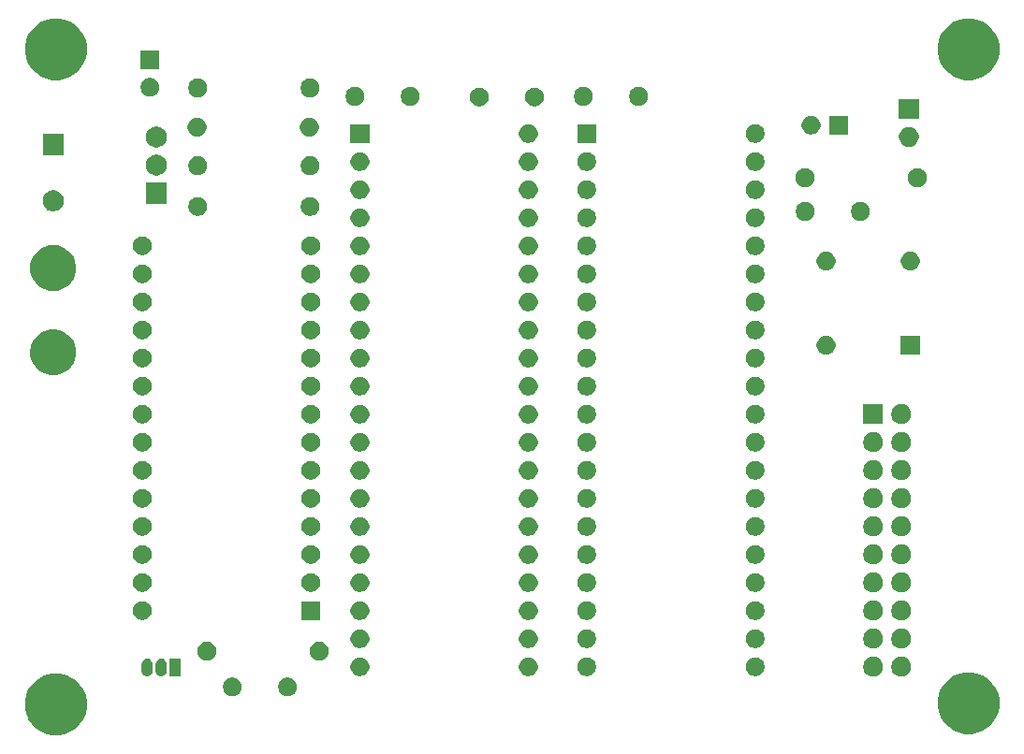
<source format=gbr>
G04 #@! TF.GenerationSoftware,KiCad,Pcbnew,(5.1.5)-3*
G04 #@! TF.CreationDate,2020-05-15T18:58:22+01:00*
G04 #@! TF.ProjectId,3chip6502,33636869-7036-4353-9032-2e6b69636164,rev?*
G04 #@! TF.SameCoordinates,Original*
G04 #@! TF.FileFunction,Soldermask,Bot*
G04 #@! TF.FilePolarity,Negative*
%FSLAX46Y46*%
G04 Gerber Fmt 4.6, Leading zero omitted, Abs format (unit mm)*
G04 Created by KiCad (PCBNEW (5.1.5)-3) date 2020-05-15 18:58:22*
%MOMM*%
%LPD*%
G04 APERTURE LIST*
%ADD10C,0.100000*%
G04 APERTURE END LIST*
D10*
G36*
X53395021Y-125703640D02*
G01*
X53794234Y-125869000D01*
X53904771Y-125914786D01*
X54363534Y-126221321D01*
X54753679Y-126611466D01*
X55060214Y-127070229D01*
X55060215Y-127070231D01*
X55271360Y-127579979D01*
X55379000Y-128121124D01*
X55379000Y-128672876D01*
X55271360Y-129214021D01*
X55112820Y-129596769D01*
X55060214Y-129723771D01*
X54753679Y-130182534D01*
X54363534Y-130572679D01*
X53904771Y-130879214D01*
X53904770Y-130879215D01*
X53904769Y-130879215D01*
X53395021Y-131090360D01*
X52853876Y-131198000D01*
X52302124Y-131198000D01*
X51760979Y-131090360D01*
X51251231Y-130879215D01*
X51251230Y-130879215D01*
X51251229Y-130879214D01*
X50792466Y-130572679D01*
X50402321Y-130182534D01*
X50095786Y-129723771D01*
X50043180Y-129596769D01*
X49884640Y-129214021D01*
X49777000Y-128672876D01*
X49777000Y-128121124D01*
X49884640Y-127579979D01*
X50095785Y-127070231D01*
X50095786Y-127070229D01*
X50402321Y-126611466D01*
X50792466Y-126221321D01*
X51251229Y-125914786D01*
X51361766Y-125869000D01*
X51760979Y-125703640D01*
X52302124Y-125596000D01*
X52853876Y-125596000D01*
X53395021Y-125703640D01*
G37*
G36*
X135945021Y-125576640D02*
G01*
X136454769Y-125787785D01*
X136454771Y-125787786D01*
X136913534Y-126094321D01*
X137303679Y-126484466D01*
X137576863Y-126893316D01*
X137610215Y-126943231D01*
X137821360Y-127452979D01*
X137929000Y-127994124D01*
X137929000Y-128545876D01*
X137821360Y-129087021D01*
X137768754Y-129214022D01*
X137610214Y-129596771D01*
X137303679Y-130055534D01*
X136913534Y-130445679D01*
X136454771Y-130752214D01*
X136454770Y-130752215D01*
X136454769Y-130752215D01*
X135945021Y-130963360D01*
X135403876Y-131071000D01*
X134852124Y-131071000D01*
X134310979Y-130963360D01*
X133801231Y-130752215D01*
X133801230Y-130752215D01*
X133801229Y-130752214D01*
X133342466Y-130445679D01*
X132952321Y-130055534D01*
X132645786Y-129596771D01*
X132487246Y-129214022D01*
X132434640Y-129087021D01*
X132327000Y-128545876D01*
X132327000Y-127994124D01*
X132434640Y-127452979D01*
X132645785Y-126943231D01*
X132679137Y-126893316D01*
X132952321Y-126484466D01*
X133342466Y-126094321D01*
X133801229Y-125787786D01*
X133801231Y-125787785D01*
X134310979Y-125576640D01*
X134852124Y-125469000D01*
X135403876Y-125469000D01*
X135945021Y-125576640D01*
G37*
G36*
X73781228Y-125991203D02*
G01*
X73936100Y-126055353D01*
X74075481Y-126148485D01*
X74194015Y-126267019D01*
X74287147Y-126406400D01*
X74351297Y-126561272D01*
X74384000Y-126725684D01*
X74384000Y-126893316D01*
X74351297Y-127057728D01*
X74287147Y-127212600D01*
X74194015Y-127351981D01*
X74075481Y-127470515D01*
X73936100Y-127563647D01*
X73781228Y-127627797D01*
X73616816Y-127660500D01*
X73449184Y-127660500D01*
X73284772Y-127627797D01*
X73129900Y-127563647D01*
X72990519Y-127470515D01*
X72871985Y-127351981D01*
X72778853Y-127212600D01*
X72714703Y-127057728D01*
X72682000Y-126893316D01*
X72682000Y-126725684D01*
X72714703Y-126561272D01*
X72778853Y-126406400D01*
X72871985Y-126267019D01*
X72990519Y-126148485D01*
X73129900Y-126055353D01*
X73284772Y-125991203D01*
X73449184Y-125958500D01*
X73616816Y-125958500D01*
X73781228Y-125991203D01*
G37*
G36*
X68781228Y-125991203D02*
G01*
X68936100Y-126055353D01*
X69075481Y-126148485D01*
X69194015Y-126267019D01*
X69287147Y-126406400D01*
X69351297Y-126561272D01*
X69384000Y-126725684D01*
X69384000Y-126893316D01*
X69351297Y-127057728D01*
X69287147Y-127212600D01*
X69194015Y-127351981D01*
X69075481Y-127470515D01*
X68936100Y-127563647D01*
X68781228Y-127627797D01*
X68616816Y-127660500D01*
X68449184Y-127660500D01*
X68284772Y-127627797D01*
X68129900Y-127563647D01*
X67990519Y-127470515D01*
X67871985Y-127351981D01*
X67778853Y-127212600D01*
X67714703Y-127057728D01*
X67682000Y-126893316D01*
X67682000Y-126725684D01*
X67714703Y-126561272D01*
X67778853Y-126406400D01*
X67871985Y-126267019D01*
X67990519Y-126148485D01*
X68129900Y-126055353D01*
X68284772Y-125991203D01*
X68449184Y-125958500D01*
X68616816Y-125958500D01*
X68781228Y-125991203D01*
G37*
G36*
X129145512Y-124071927D02*
G01*
X129294812Y-124101624D01*
X129458784Y-124169544D01*
X129606354Y-124268147D01*
X129731853Y-124393646D01*
X129830456Y-124541216D01*
X129898376Y-124705188D01*
X129933000Y-124879259D01*
X129933000Y-125056741D01*
X129898376Y-125230812D01*
X129830456Y-125394784D01*
X129731853Y-125542354D01*
X129606354Y-125667853D01*
X129458784Y-125766456D01*
X129294812Y-125834376D01*
X129145512Y-125864073D01*
X129120742Y-125869000D01*
X128943258Y-125869000D01*
X128918488Y-125864073D01*
X128769188Y-125834376D01*
X128605216Y-125766456D01*
X128457646Y-125667853D01*
X128332147Y-125542354D01*
X128233544Y-125394784D01*
X128165624Y-125230812D01*
X128131000Y-125056741D01*
X128131000Y-124879259D01*
X128165624Y-124705188D01*
X128233544Y-124541216D01*
X128332147Y-124393646D01*
X128457646Y-124268147D01*
X128605216Y-124169544D01*
X128769188Y-124101624D01*
X128918488Y-124071927D01*
X128943258Y-124067000D01*
X129120742Y-124067000D01*
X129145512Y-124071927D01*
G37*
G36*
X126605512Y-124071927D02*
G01*
X126754812Y-124101624D01*
X126918784Y-124169544D01*
X127066354Y-124268147D01*
X127191853Y-124393646D01*
X127290456Y-124541216D01*
X127358376Y-124705188D01*
X127393000Y-124879259D01*
X127393000Y-125056741D01*
X127358376Y-125230812D01*
X127290456Y-125394784D01*
X127191853Y-125542354D01*
X127066354Y-125667853D01*
X126918784Y-125766456D01*
X126754812Y-125834376D01*
X126605512Y-125864073D01*
X126580742Y-125869000D01*
X126403258Y-125869000D01*
X126378488Y-125864073D01*
X126229188Y-125834376D01*
X126065216Y-125766456D01*
X125917646Y-125667853D01*
X125792147Y-125542354D01*
X125693544Y-125394784D01*
X125625624Y-125230812D01*
X125591000Y-125056741D01*
X125591000Y-124879259D01*
X125625624Y-124705188D01*
X125693544Y-124541216D01*
X125792147Y-124393646D01*
X125917646Y-124268147D01*
X126065216Y-124169544D01*
X126229188Y-124101624D01*
X126378488Y-124071927D01*
X126403258Y-124067000D01*
X126580742Y-124067000D01*
X126605512Y-124071927D01*
G37*
G36*
X60931212Y-124237749D02*
G01*
X61025651Y-124266397D01*
X61112687Y-124312918D01*
X61188975Y-124375525D01*
X61251582Y-124451813D01*
X61298103Y-124538848D01*
X61326751Y-124633287D01*
X61334000Y-124706888D01*
X61334000Y-125356112D01*
X61326751Y-125429713D01*
X61298103Y-125524152D01*
X61251582Y-125611187D01*
X61188975Y-125687475D01*
X61112687Y-125750082D01*
X61025652Y-125796603D01*
X60931213Y-125825251D01*
X60833000Y-125834924D01*
X60734788Y-125825251D01*
X60640349Y-125796603D01*
X60553314Y-125750082D01*
X60477026Y-125687475D01*
X60414419Y-125611187D01*
X60367898Y-125524152D01*
X60339250Y-125429713D01*
X60332001Y-125356112D01*
X60332000Y-125356102D01*
X60332000Y-124706889D01*
X60339249Y-124633288D01*
X60367897Y-124538849D01*
X60414418Y-124451813D01*
X60477025Y-124375525D01*
X60553313Y-124312918D01*
X60640348Y-124266397D01*
X60734787Y-124237749D01*
X60833000Y-124228076D01*
X60931212Y-124237749D01*
G37*
G36*
X62201212Y-124237749D02*
G01*
X62295651Y-124266397D01*
X62382687Y-124312918D01*
X62458975Y-124375525D01*
X62521582Y-124451813D01*
X62568103Y-124538848D01*
X62596751Y-124633287D01*
X62604000Y-124706888D01*
X62604000Y-125356112D01*
X62596751Y-125429713D01*
X62568103Y-125524152D01*
X62521582Y-125611187D01*
X62458975Y-125687475D01*
X62382687Y-125750082D01*
X62295652Y-125796603D01*
X62201213Y-125825251D01*
X62103000Y-125834924D01*
X62004788Y-125825251D01*
X61910349Y-125796603D01*
X61823314Y-125750082D01*
X61747026Y-125687475D01*
X61684419Y-125611187D01*
X61637898Y-125524152D01*
X61609250Y-125429713D01*
X61602001Y-125356112D01*
X61602000Y-125356102D01*
X61602000Y-124706889D01*
X61609249Y-124633288D01*
X61637897Y-124538849D01*
X61684418Y-124451813D01*
X61747025Y-124375525D01*
X61823313Y-124312918D01*
X61910348Y-124266397D01*
X62004787Y-124237749D01*
X62103000Y-124228076D01*
X62201212Y-124237749D01*
G37*
G36*
X63874000Y-125832500D02*
G01*
X62872000Y-125832500D01*
X62872000Y-124230500D01*
X63874000Y-124230500D01*
X63874000Y-125832500D01*
G37*
G36*
X80321728Y-124149703D02*
G01*
X80476600Y-124213853D01*
X80615981Y-124306985D01*
X80734515Y-124425519D01*
X80827647Y-124564900D01*
X80891797Y-124719772D01*
X80924500Y-124884184D01*
X80924500Y-125051816D01*
X80891797Y-125216228D01*
X80827647Y-125371100D01*
X80734515Y-125510481D01*
X80615981Y-125629015D01*
X80476600Y-125722147D01*
X80321728Y-125786297D01*
X80157316Y-125819000D01*
X79989684Y-125819000D01*
X79825272Y-125786297D01*
X79670400Y-125722147D01*
X79531019Y-125629015D01*
X79412485Y-125510481D01*
X79319353Y-125371100D01*
X79255203Y-125216228D01*
X79222500Y-125051816D01*
X79222500Y-124884184D01*
X79255203Y-124719772D01*
X79319353Y-124564900D01*
X79412485Y-124425519D01*
X79531019Y-124306985D01*
X79670400Y-124213853D01*
X79825272Y-124149703D01*
X79989684Y-124117000D01*
X80157316Y-124117000D01*
X80321728Y-124149703D01*
G37*
G36*
X95561728Y-124149703D02*
G01*
X95716600Y-124213853D01*
X95855981Y-124306985D01*
X95974515Y-124425519D01*
X96067647Y-124564900D01*
X96131797Y-124719772D01*
X96164500Y-124884184D01*
X96164500Y-125051816D01*
X96131797Y-125216228D01*
X96067647Y-125371100D01*
X95974515Y-125510481D01*
X95855981Y-125629015D01*
X95716600Y-125722147D01*
X95561728Y-125786297D01*
X95397316Y-125819000D01*
X95229684Y-125819000D01*
X95065272Y-125786297D01*
X94910400Y-125722147D01*
X94771019Y-125629015D01*
X94652485Y-125510481D01*
X94559353Y-125371100D01*
X94495203Y-125216228D01*
X94462500Y-125051816D01*
X94462500Y-124884184D01*
X94495203Y-124719772D01*
X94559353Y-124564900D01*
X94652485Y-124425519D01*
X94771019Y-124306985D01*
X94910400Y-124213853D01*
X95065272Y-124149703D01*
X95229684Y-124117000D01*
X95397316Y-124117000D01*
X95561728Y-124149703D01*
G37*
G36*
X100832228Y-124149703D02*
G01*
X100987100Y-124213853D01*
X101126481Y-124306985D01*
X101245015Y-124425519D01*
X101338147Y-124564900D01*
X101402297Y-124719772D01*
X101435000Y-124884184D01*
X101435000Y-125051816D01*
X101402297Y-125216228D01*
X101338147Y-125371100D01*
X101245015Y-125510481D01*
X101126481Y-125629015D01*
X100987100Y-125722147D01*
X100832228Y-125786297D01*
X100667816Y-125819000D01*
X100500184Y-125819000D01*
X100335772Y-125786297D01*
X100180900Y-125722147D01*
X100041519Y-125629015D01*
X99922985Y-125510481D01*
X99829853Y-125371100D01*
X99765703Y-125216228D01*
X99733000Y-125051816D01*
X99733000Y-124884184D01*
X99765703Y-124719772D01*
X99829853Y-124564900D01*
X99922985Y-124425519D01*
X100041519Y-124306985D01*
X100180900Y-124213853D01*
X100335772Y-124149703D01*
X100500184Y-124117000D01*
X100667816Y-124117000D01*
X100832228Y-124149703D01*
G37*
G36*
X116072228Y-124149703D02*
G01*
X116227100Y-124213853D01*
X116366481Y-124306985D01*
X116485015Y-124425519D01*
X116578147Y-124564900D01*
X116642297Y-124719772D01*
X116675000Y-124884184D01*
X116675000Y-125051816D01*
X116642297Y-125216228D01*
X116578147Y-125371100D01*
X116485015Y-125510481D01*
X116366481Y-125629015D01*
X116227100Y-125722147D01*
X116072228Y-125786297D01*
X115907816Y-125819000D01*
X115740184Y-125819000D01*
X115575772Y-125786297D01*
X115420900Y-125722147D01*
X115281519Y-125629015D01*
X115162985Y-125510481D01*
X115069853Y-125371100D01*
X115005703Y-125216228D01*
X114973000Y-125051816D01*
X114973000Y-124884184D01*
X115005703Y-124719772D01*
X115069853Y-124564900D01*
X115162985Y-124425519D01*
X115281519Y-124306985D01*
X115420900Y-124213853D01*
X115575772Y-124149703D01*
X115740184Y-124117000D01*
X115907816Y-124117000D01*
X116072228Y-124149703D01*
G37*
G36*
X76638728Y-122752703D02*
G01*
X76793600Y-122816853D01*
X76932981Y-122909985D01*
X77051515Y-123028519D01*
X77144647Y-123167900D01*
X77208797Y-123322772D01*
X77241500Y-123487184D01*
X77241500Y-123654816D01*
X77208797Y-123819228D01*
X77144647Y-123974100D01*
X77051515Y-124113481D01*
X76932981Y-124232015D01*
X76793600Y-124325147D01*
X76638728Y-124389297D01*
X76474316Y-124422000D01*
X76306684Y-124422000D01*
X76142272Y-124389297D01*
X75987400Y-124325147D01*
X75848019Y-124232015D01*
X75729485Y-124113481D01*
X75636353Y-123974100D01*
X75572203Y-123819228D01*
X75539500Y-123654816D01*
X75539500Y-123487184D01*
X75572203Y-123322772D01*
X75636353Y-123167900D01*
X75729485Y-123028519D01*
X75848019Y-122909985D01*
X75987400Y-122816853D01*
X76142272Y-122752703D01*
X76306684Y-122720000D01*
X76474316Y-122720000D01*
X76638728Y-122752703D01*
G37*
G36*
X66478728Y-122752703D02*
G01*
X66633600Y-122816853D01*
X66772981Y-122909985D01*
X66891515Y-123028519D01*
X66984647Y-123167900D01*
X67048797Y-123322772D01*
X67081500Y-123487184D01*
X67081500Y-123654816D01*
X67048797Y-123819228D01*
X66984647Y-123974100D01*
X66891515Y-124113481D01*
X66772981Y-124232015D01*
X66633600Y-124325147D01*
X66478728Y-124389297D01*
X66314316Y-124422000D01*
X66146684Y-124422000D01*
X65982272Y-124389297D01*
X65827400Y-124325147D01*
X65688019Y-124232015D01*
X65569485Y-124113481D01*
X65476353Y-123974100D01*
X65412203Y-123819228D01*
X65379500Y-123654816D01*
X65379500Y-123487184D01*
X65412203Y-123322772D01*
X65476353Y-123167900D01*
X65569485Y-123028519D01*
X65688019Y-122909985D01*
X65827400Y-122816853D01*
X65982272Y-122752703D01*
X66146684Y-122720000D01*
X66314316Y-122720000D01*
X66478728Y-122752703D01*
G37*
G36*
X129145512Y-121531927D02*
G01*
X129294812Y-121561624D01*
X129458784Y-121629544D01*
X129606354Y-121728147D01*
X129731853Y-121853646D01*
X129830456Y-122001216D01*
X129898376Y-122165188D01*
X129933000Y-122339259D01*
X129933000Y-122516741D01*
X129898376Y-122690812D01*
X129830456Y-122854784D01*
X129731853Y-123002354D01*
X129606354Y-123127853D01*
X129458784Y-123226456D01*
X129294812Y-123294376D01*
X129152057Y-123322771D01*
X129120742Y-123329000D01*
X128943258Y-123329000D01*
X128911943Y-123322771D01*
X128769188Y-123294376D01*
X128605216Y-123226456D01*
X128457646Y-123127853D01*
X128332147Y-123002354D01*
X128233544Y-122854784D01*
X128165624Y-122690812D01*
X128131000Y-122516741D01*
X128131000Y-122339259D01*
X128165624Y-122165188D01*
X128233544Y-122001216D01*
X128332147Y-121853646D01*
X128457646Y-121728147D01*
X128605216Y-121629544D01*
X128769188Y-121561624D01*
X128918488Y-121531927D01*
X128943258Y-121527000D01*
X129120742Y-121527000D01*
X129145512Y-121531927D01*
G37*
G36*
X126605512Y-121531927D02*
G01*
X126754812Y-121561624D01*
X126918784Y-121629544D01*
X127066354Y-121728147D01*
X127191853Y-121853646D01*
X127290456Y-122001216D01*
X127358376Y-122165188D01*
X127393000Y-122339259D01*
X127393000Y-122516741D01*
X127358376Y-122690812D01*
X127290456Y-122854784D01*
X127191853Y-123002354D01*
X127066354Y-123127853D01*
X126918784Y-123226456D01*
X126754812Y-123294376D01*
X126612057Y-123322771D01*
X126580742Y-123329000D01*
X126403258Y-123329000D01*
X126371943Y-123322771D01*
X126229188Y-123294376D01*
X126065216Y-123226456D01*
X125917646Y-123127853D01*
X125792147Y-123002354D01*
X125693544Y-122854784D01*
X125625624Y-122690812D01*
X125591000Y-122516741D01*
X125591000Y-122339259D01*
X125625624Y-122165188D01*
X125693544Y-122001216D01*
X125792147Y-121853646D01*
X125917646Y-121728147D01*
X126065216Y-121629544D01*
X126229188Y-121561624D01*
X126378488Y-121531927D01*
X126403258Y-121527000D01*
X126580742Y-121527000D01*
X126605512Y-121531927D01*
G37*
G36*
X116072228Y-121609703D02*
G01*
X116227100Y-121673853D01*
X116366481Y-121766985D01*
X116485015Y-121885519D01*
X116578147Y-122024900D01*
X116642297Y-122179772D01*
X116675000Y-122344184D01*
X116675000Y-122511816D01*
X116642297Y-122676228D01*
X116578147Y-122831100D01*
X116485015Y-122970481D01*
X116366481Y-123089015D01*
X116227100Y-123182147D01*
X116072228Y-123246297D01*
X115907816Y-123279000D01*
X115740184Y-123279000D01*
X115575772Y-123246297D01*
X115420900Y-123182147D01*
X115281519Y-123089015D01*
X115162985Y-122970481D01*
X115069853Y-122831100D01*
X115005703Y-122676228D01*
X114973000Y-122511816D01*
X114973000Y-122344184D01*
X115005703Y-122179772D01*
X115069853Y-122024900D01*
X115162985Y-121885519D01*
X115281519Y-121766985D01*
X115420900Y-121673853D01*
X115575772Y-121609703D01*
X115740184Y-121577000D01*
X115907816Y-121577000D01*
X116072228Y-121609703D01*
G37*
G36*
X100832228Y-121609703D02*
G01*
X100987100Y-121673853D01*
X101126481Y-121766985D01*
X101245015Y-121885519D01*
X101338147Y-122024900D01*
X101402297Y-122179772D01*
X101435000Y-122344184D01*
X101435000Y-122511816D01*
X101402297Y-122676228D01*
X101338147Y-122831100D01*
X101245015Y-122970481D01*
X101126481Y-123089015D01*
X100987100Y-123182147D01*
X100832228Y-123246297D01*
X100667816Y-123279000D01*
X100500184Y-123279000D01*
X100335772Y-123246297D01*
X100180900Y-123182147D01*
X100041519Y-123089015D01*
X99922985Y-122970481D01*
X99829853Y-122831100D01*
X99765703Y-122676228D01*
X99733000Y-122511816D01*
X99733000Y-122344184D01*
X99765703Y-122179772D01*
X99829853Y-122024900D01*
X99922985Y-121885519D01*
X100041519Y-121766985D01*
X100180900Y-121673853D01*
X100335772Y-121609703D01*
X100500184Y-121577000D01*
X100667816Y-121577000D01*
X100832228Y-121609703D01*
G37*
G36*
X80321728Y-121609703D02*
G01*
X80476600Y-121673853D01*
X80615981Y-121766985D01*
X80734515Y-121885519D01*
X80827647Y-122024900D01*
X80891797Y-122179772D01*
X80924500Y-122344184D01*
X80924500Y-122511816D01*
X80891797Y-122676228D01*
X80827647Y-122831100D01*
X80734515Y-122970481D01*
X80615981Y-123089015D01*
X80476600Y-123182147D01*
X80321728Y-123246297D01*
X80157316Y-123279000D01*
X79989684Y-123279000D01*
X79825272Y-123246297D01*
X79670400Y-123182147D01*
X79531019Y-123089015D01*
X79412485Y-122970481D01*
X79319353Y-122831100D01*
X79255203Y-122676228D01*
X79222500Y-122511816D01*
X79222500Y-122344184D01*
X79255203Y-122179772D01*
X79319353Y-122024900D01*
X79412485Y-121885519D01*
X79531019Y-121766985D01*
X79670400Y-121673853D01*
X79825272Y-121609703D01*
X79989684Y-121577000D01*
X80157316Y-121577000D01*
X80321728Y-121609703D01*
G37*
G36*
X95561728Y-121609703D02*
G01*
X95716600Y-121673853D01*
X95855981Y-121766985D01*
X95974515Y-121885519D01*
X96067647Y-122024900D01*
X96131797Y-122179772D01*
X96164500Y-122344184D01*
X96164500Y-122511816D01*
X96131797Y-122676228D01*
X96067647Y-122831100D01*
X95974515Y-122970481D01*
X95855981Y-123089015D01*
X95716600Y-123182147D01*
X95561728Y-123246297D01*
X95397316Y-123279000D01*
X95229684Y-123279000D01*
X95065272Y-123246297D01*
X94910400Y-123182147D01*
X94771019Y-123089015D01*
X94652485Y-122970481D01*
X94559353Y-122831100D01*
X94495203Y-122676228D01*
X94462500Y-122511816D01*
X94462500Y-122344184D01*
X94495203Y-122179772D01*
X94559353Y-122024900D01*
X94652485Y-121885519D01*
X94771019Y-121766985D01*
X94910400Y-121673853D01*
X95065272Y-121609703D01*
X95229684Y-121577000D01*
X95397316Y-121577000D01*
X95561728Y-121609703D01*
G37*
G36*
X129145512Y-118991927D02*
G01*
X129294812Y-119021624D01*
X129458784Y-119089544D01*
X129606354Y-119188147D01*
X129731853Y-119313646D01*
X129830456Y-119461216D01*
X129898376Y-119625188D01*
X129933000Y-119799259D01*
X129933000Y-119976741D01*
X129898376Y-120150812D01*
X129830456Y-120314784D01*
X129731853Y-120462354D01*
X129606354Y-120587853D01*
X129458784Y-120686456D01*
X129294812Y-120754376D01*
X129145512Y-120784073D01*
X129120742Y-120789000D01*
X128943258Y-120789000D01*
X128918488Y-120784073D01*
X128769188Y-120754376D01*
X128605216Y-120686456D01*
X128457646Y-120587853D01*
X128332147Y-120462354D01*
X128233544Y-120314784D01*
X128165624Y-120150812D01*
X128131000Y-119976741D01*
X128131000Y-119799259D01*
X128165624Y-119625188D01*
X128233544Y-119461216D01*
X128332147Y-119313646D01*
X128457646Y-119188147D01*
X128605216Y-119089544D01*
X128769188Y-119021624D01*
X128918488Y-118991927D01*
X128943258Y-118987000D01*
X129120742Y-118987000D01*
X129145512Y-118991927D01*
G37*
G36*
X126605512Y-118991927D02*
G01*
X126754812Y-119021624D01*
X126918784Y-119089544D01*
X127066354Y-119188147D01*
X127191853Y-119313646D01*
X127290456Y-119461216D01*
X127358376Y-119625188D01*
X127393000Y-119799259D01*
X127393000Y-119976741D01*
X127358376Y-120150812D01*
X127290456Y-120314784D01*
X127191853Y-120462354D01*
X127066354Y-120587853D01*
X126918784Y-120686456D01*
X126754812Y-120754376D01*
X126605512Y-120784073D01*
X126580742Y-120789000D01*
X126403258Y-120789000D01*
X126378488Y-120784073D01*
X126229188Y-120754376D01*
X126065216Y-120686456D01*
X125917646Y-120587853D01*
X125792147Y-120462354D01*
X125693544Y-120314784D01*
X125625624Y-120150812D01*
X125591000Y-119976741D01*
X125591000Y-119799259D01*
X125625624Y-119625188D01*
X125693544Y-119461216D01*
X125792147Y-119313646D01*
X125917646Y-119188147D01*
X126065216Y-119089544D01*
X126229188Y-119021624D01*
X126378488Y-118991927D01*
X126403258Y-118987000D01*
X126580742Y-118987000D01*
X126605512Y-118991927D01*
G37*
G36*
X95561728Y-119069703D02*
G01*
X95716600Y-119133853D01*
X95855981Y-119226985D01*
X95974515Y-119345519D01*
X96067647Y-119484900D01*
X96131797Y-119639772D01*
X96164500Y-119804184D01*
X96164500Y-119971816D01*
X96131797Y-120136228D01*
X96067647Y-120291100D01*
X95974515Y-120430481D01*
X95855981Y-120549015D01*
X95716600Y-120642147D01*
X95561728Y-120706297D01*
X95397316Y-120739000D01*
X95229684Y-120739000D01*
X95065272Y-120706297D01*
X94910400Y-120642147D01*
X94771019Y-120549015D01*
X94652485Y-120430481D01*
X94559353Y-120291100D01*
X94495203Y-120136228D01*
X94462500Y-119971816D01*
X94462500Y-119804184D01*
X94495203Y-119639772D01*
X94559353Y-119484900D01*
X94652485Y-119345519D01*
X94771019Y-119226985D01*
X94910400Y-119133853D01*
X95065272Y-119069703D01*
X95229684Y-119037000D01*
X95397316Y-119037000D01*
X95561728Y-119069703D01*
G37*
G36*
X80321728Y-119069703D02*
G01*
X80476600Y-119133853D01*
X80615981Y-119226985D01*
X80734515Y-119345519D01*
X80827647Y-119484900D01*
X80891797Y-119639772D01*
X80924500Y-119804184D01*
X80924500Y-119971816D01*
X80891797Y-120136228D01*
X80827647Y-120291100D01*
X80734515Y-120430481D01*
X80615981Y-120549015D01*
X80476600Y-120642147D01*
X80321728Y-120706297D01*
X80157316Y-120739000D01*
X79989684Y-120739000D01*
X79825272Y-120706297D01*
X79670400Y-120642147D01*
X79531019Y-120549015D01*
X79412485Y-120430481D01*
X79319353Y-120291100D01*
X79255203Y-120136228D01*
X79222500Y-119971816D01*
X79222500Y-119804184D01*
X79255203Y-119639772D01*
X79319353Y-119484900D01*
X79412485Y-119345519D01*
X79531019Y-119226985D01*
X79670400Y-119133853D01*
X79825272Y-119069703D01*
X79989684Y-119037000D01*
X80157316Y-119037000D01*
X80321728Y-119069703D01*
G37*
G36*
X100832228Y-119069703D02*
G01*
X100987100Y-119133853D01*
X101126481Y-119226985D01*
X101245015Y-119345519D01*
X101338147Y-119484900D01*
X101402297Y-119639772D01*
X101435000Y-119804184D01*
X101435000Y-119971816D01*
X101402297Y-120136228D01*
X101338147Y-120291100D01*
X101245015Y-120430481D01*
X101126481Y-120549015D01*
X100987100Y-120642147D01*
X100832228Y-120706297D01*
X100667816Y-120739000D01*
X100500184Y-120739000D01*
X100335772Y-120706297D01*
X100180900Y-120642147D01*
X100041519Y-120549015D01*
X99922985Y-120430481D01*
X99829853Y-120291100D01*
X99765703Y-120136228D01*
X99733000Y-119971816D01*
X99733000Y-119804184D01*
X99765703Y-119639772D01*
X99829853Y-119484900D01*
X99922985Y-119345519D01*
X100041519Y-119226985D01*
X100180900Y-119133853D01*
X100335772Y-119069703D01*
X100500184Y-119037000D01*
X100667816Y-119037000D01*
X100832228Y-119069703D01*
G37*
G36*
X60636728Y-119069703D02*
G01*
X60791600Y-119133853D01*
X60930981Y-119226985D01*
X61049515Y-119345519D01*
X61142647Y-119484900D01*
X61206797Y-119639772D01*
X61239500Y-119804184D01*
X61239500Y-119971816D01*
X61206797Y-120136228D01*
X61142647Y-120291100D01*
X61049515Y-120430481D01*
X60930981Y-120549015D01*
X60791600Y-120642147D01*
X60636728Y-120706297D01*
X60472316Y-120739000D01*
X60304684Y-120739000D01*
X60140272Y-120706297D01*
X59985400Y-120642147D01*
X59846019Y-120549015D01*
X59727485Y-120430481D01*
X59634353Y-120291100D01*
X59570203Y-120136228D01*
X59537500Y-119971816D01*
X59537500Y-119804184D01*
X59570203Y-119639772D01*
X59634353Y-119484900D01*
X59727485Y-119345519D01*
X59846019Y-119226985D01*
X59985400Y-119133853D01*
X60140272Y-119069703D01*
X60304684Y-119037000D01*
X60472316Y-119037000D01*
X60636728Y-119069703D01*
G37*
G36*
X76479500Y-120739000D02*
G01*
X74777500Y-120739000D01*
X74777500Y-119037000D01*
X76479500Y-119037000D01*
X76479500Y-120739000D01*
G37*
G36*
X116072228Y-119069703D02*
G01*
X116227100Y-119133853D01*
X116366481Y-119226985D01*
X116485015Y-119345519D01*
X116578147Y-119484900D01*
X116642297Y-119639772D01*
X116675000Y-119804184D01*
X116675000Y-119971816D01*
X116642297Y-120136228D01*
X116578147Y-120291100D01*
X116485015Y-120430481D01*
X116366481Y-120549015D01*
X116227100Y-120642147D01*
X116072228Y-120706297D01*
X115907816Y-120739000D01*
X115740184Y-120739000D01*
X115575772Y-120706297D01*
X115420900Y-120642147D01*
X115281519Y-120549015D01*
X115162985Y-120430481D01*
X115069853Y-120291100D01*
X115005703Y-120136228D01*
X114973000Y-119971816D01*
X114973000Y-119804184D01*
X115005703Y-119639772D01*
X115069853Y-119484900D01*
X115162985Y-119345519D01*
X115281519Y-119226985D01*
X115420900Y-119133853D01*
X115575772Y-119069703D01*
X115740184Y-119037000D01*
X115907816Y-119037000D01*
X116072228Y-119069703D01*
G37*
G36*
X129145512Y-116451927D02*
G01*
X129294812Y-116481624D01*
X129458784Y-116549544D01*
X129606354Y-116648147D01*
X129731853Y-116773646D01*
X129830456Y-116921216D01*
X129898376Y-117085188D01*
X129933000Y-117259259D01*
X129933000Y-117436741D01*
X129898376Y-117610812D01*
X129830456Y-117774784D01*
X129731853Y-117922354D01*
X129606354Y-118047853D01*
X129458784Y-118146456D01*
X129294812Y-118214376D01*
X129145512Y-118244073D01*
X129120742Y-118249000D01*
X128943258Y-118249000D01*
X128918488Y-118244073D01*
X128769188Y-118214376D01*
X128605216Y-118146456D01*
X128457646Y-118047853D01*
X128332147Y-117922354D01*
X128233544Y-117774784D01*
X128165624Y-117610812D01*
X128131000Y-117436741D01*
X128131000Y-117259259D01*
X128165624Y-117085188D01*
X128233544Y-116921216D01*
X128332147Y-116773646D01*
X128457646Y-116648147D01*
X128605216Y-116549544D01*
X128769188Y-116481624D01*
X128918488Y-116451927D01*
X128943258Y-116447000D01*
X129120742Y-116447000D01*
X129145512Y-116451927D01*
G37*
G36*
X126605512Y-116451927D02*
G01*
X126754812Y-116481624D01*
X126918784Y-116549544D01*
X127066354Y-116648147D01*
X127191853Y-116773646D01*
X127290456Y-116921216D01*
X127358376Y-117085188D01*
X127393000Y-117259259D01*
X127393000Y-117436741D01*
X127358376Y-117610812D01*
X127290456Y-117774784D01*
X127191853Y-117922354D01*
X127066354Y-118047853D01*
X126918784Y-118146456D01*
X126754812Y-118214376D01*
X126605512Y-118244073D01*
X126580742Y-118249000D01*
X126403258Y-118249000D01*
X126378488Y-118244073D01*
X126229188Y-118214376D01*
X126065216Y-118146456D01*
X125917646Y-118047853D01*
X125792147Y-117922354D01*
X125693544Y-117774784D01*
X125625624Y-117610812D01*
X125591000Y-117436741D01*
X125591000Y-117259259D01*
X125625624Y-117085188D01*
X125693544Y-116921216D01*
X125792147Y-116773646D01*
X125917646Y-116648147D01*
X126065216Y-116549544D01*
X126229188Y-116481624D01*
X126378488Y-116451927D01*
X126403258Y-116447000D01*
X126580742Y-116447000D01*
X126605512Y-116451927D01*
G37*
G36*
X60636728Y-116529703D02*
G01*
X60791600Y-116593853D01*
X60930981Y-116686985D01*
X61049515Y-116805519D01*
X61142647Y-116944900D01*
X61206797Y-117099772D01*
X61239500Y-117264184D01*
X61239500Y-117431816D01*
X61206797Y-117596228D01*
X61142647Y-117751100D01*
X61049515Y-117890481D01*
X60930981Y-118009015D01*
X60791600Y-118102147D01*
X60636728Y-118166297D01*
X60472316Y-118199000D01*
X60304684Y-118199000D01*
X60140272Y-118166297D01*
X59985400Y-118102147D01*
X59846019Y-118009015D01*
X59727485Y-117890481D01*
X59634353Y-117751100D01*
X59570203Y-117596228D01*
X59537500Y-117431816D01*
X59537500Y-117264184D01*
X59570203Y-117099772D01*
X59634353Y-116944900D01*
X59727485Y-116805519D01*
X59846019Y-116686985D01*
X59985400Y-116593853D01*
X60140272Y-116529703D01*
X60304684Y-116497000D01*
X60472316Y-116497000D01*
X60636728Y-116529703D01*
G37*
G36*
X116072228Y-116529703D02*
G01*
X116227100Y-116593853D01*
X116366481Y-116686985D01*
X116485015Y-116805519D01*
X116578147Y-116944900D01*
X116642297Y-117099772D01*
X116675000Y-117264184D01*
X116675000Y-117431816D01*
X116642297Y-117596228D01*
X116578147Y-117751100D01*
X116485015Y-117890481D01*
X116366481Y-118009015D01*
X116227100Y-118102147D01*
X116072228Y-118166297D01*
X115907816Y-118199000D01*
X115740184Y-118199000D01*
X115575772Y-118166297D01*
X115420900Y-118102147D01*
X115281519Y-118009015D01*
X115162985Y-117890481D01*
X115069853Y-117751100D01*
X115005703Y-117596228D01*
X114973000Y-117431816D01*
X114973000Y-117264184D01*
X115005703Y-117099772D01*
X115069853Y-116944900D01*
X115162985Y-116805519D01*
X115281519Y-116686985D01*
X115420900Y-116593853D01*
X115575772Y-116529703D01*
X115740184Y-116497000D01*
X115907816Y-116497000D01*
X116072228Y-116529703D01*
G37*
G36*
X100832228Y-116529703D02*
G01*
X100987100Y-116593853D01*
X101126481Y-116686985D01*
X101245015Y-116805519D01*
X101338147Y-116944900D01*
X101402297Y-117099772D01*
X101435000Y-117264184D01*
X101435000Y-117431816D01*
X101402297Y-117596228D01*
X101338147Y-117751100D01*
X101245015Y-117890481D01*
X101126481Y-118009015D01*
X100987100Y-118102147D01*
X100832228Y-118166297D01*
X100667816Y-118199000D01*
X100500184Y-118199000D01*
X100335772Y-118166297D01*
X100180900Y-118102147D01*
X100041519Y-118009015D01*
X99922985Y-117890481D01*
X99829853Y-117751100D01*
X99765703Y-117596228D01*
X99733000Y-117431816D01*
X99733000Y-117264184D01*
X99765703Y-117099772D01*
X99829853Y-116944900D01*
X99922985Y-116805519D01*
X100041519Y-116686985D01*
X100180900Y-116593853D01*
X100335772Y-116529703D01*
X100500184Y-116497000D01*
X100667816Y-116497000D01*
X100832228Y-116529703D01*
G37*
G36*
X95561728Y-116529703D02*
G01*
X95716600Y-116593853D01*
X95855981Y-116686985D01*
X95974515Y-116805519D01*
X96067647Y-116944900D01*
X96131797Y-117099772D01*
X96164500Y-117264184D01*
X96164500Y-117431816D01*
X96131797Y-117596228D01*
X96067647Y-117751100D01*
X95974515Y-117890481D01*
X95855981Y-118009015D01*
X95716600Y-118102147D01*
X95561728Y-118166297D01*
X95397316Y-118199000D01*
X95229684Y-118199000D01*
X95065272Y-118166297D01*
X94910400Y-118102147D01*
X94771019Y-118009015D01*
X94652485Y-117890481D01*
X94559353Y-117751100D01*
X94495203Y-117596228D01*
X94462500Y-117431816D01*
X94462500Y-117264184D01*
X94495203Y-117099772D01*
X94559353Y-116944900D01*
X94652485Y-116805519D01*
X94771019Y-116686985D01*
X94910400Y-116593853D01*
X95065272Y-116529703D01*
X95229684Y-116497000D01*
X95397316Y-116497000D01*
X95561728Y-116529703D01*
G37*
G36*
X80321728Y-116529703D02*
G01*
X80476600Y-116593853D01*
X80615981Y-116686985D01*
X80734515Y-116805519D01*
X80827647Y-116944900D01*
X80891797Y-117099772D01*
X80924500Y-117264184D01*
X80924500Y-117431816D01*
X80891797Y-117596228D01*
X80827647Y-117751100D01*
X80734515Y-117890481D01*
X80615981Y-118009015D01*
X80476600Y-118102147D01*
X80321728Y-118166297D01*
X80157316Y-118199000D01*
X79989684Y-118199000D01*
X79825272Y-118166297D01*
X79670400Y-118102147D01*
X79531019Y-118009015D01*
X79412485Y-117890481D01*
X79319353Y-117751100D01*
X79255203Y-117596228D01*
X79222500Y-117431816D01*
X79222500Y-117264184D01*
X79255203Y-117099772D01*
X79319353Y-116944900D01*
X79412485Y-116805519D01*
X79531019Y-116686985D01*
X79670400Y-116593853D01*
X79825272Y-116529703D01*
X79989684Y-116497000D01*
X80157316Y-116497000D01*
X80321728Y-116529703D01*
G37*
G36*
X75876728Y-116529703D02*
G01*
X76031600Y-116593853D01*
X76170981Y-116686985D01*
X76289515Y-116805519D01*
X76382647Y-116944900D01*
X76446797Y-117099772D01*
X76479500Y-117264184D01*
X76479500Y-117431816D01*
X76446797Y-117596228D01*
X76382647Y-117751100D01*
X76289515Y-117890481D01*
X76170981Y-118009015D01*
X76031600Y-118102147D01*
X75876728Y-118166297D01*
X75712316Y-118199000D01*
X75544684Y-118199000D01*
X75380272Y-118166297D01*
X75225400Y-118102147D01*
X75086019Y-118009015D01*
X74967485Y-117890481D01*
X74874353Y-117751100D01*
X74810203Y-117596228D01*
X74777500Y-117431816D01*
X74777500Y-117264184D01*
X74810203Y-117099772D01*
X74874353Y-116944900D01*
X74967485Y-116805519D01*
X75086019Y-116686985D01*
X75225400Y-116593853D01*
X75380272Y-116529703D01*
X75544684Y-116497000D01*
X75712316Y-116497000D01*
X75876728Y-116529703D01*
G37*
G36*
X129145512Y-113911927D02*
G01*
X129294812Y-113941624D01*
X129458784Y-114009544D01*
X129606354Y-114108147D01*
X129731853Y-114233646D01*
X129830456Y-114381216D01*
X129898376Y-114545188D01*
X129933000Y-114719259D01*
X129933000Y-114896741D01*
X129898376Y-115070812D01*
X129830456Y-115234784D01*
X129731853Y-115382354D01*
X129606354Y-115507853D01*
X129458784Y-115606456D01*
X129294812Y-115674376D01*
X129145512Y-115704073D01*
X129120742Y-115709000D01*
X128943258Y-115709000D01*
X128918488Y-115704073D01*
X128769188Y-115674376D01*
X128605216Y-115606456D01*
X128457646Y-115507853D01*
X128332147Y-115382354D01*
X128233544Y-115234784D01*
X128165624Y-115070812D01*
X128131000Y-114896741D01*
X128131000Y-114719259D01*
X128165624Y-114545188D01*
X128233544Y-114381216D01*
X128332147Y-114233646D01*
X128457646Y-114108147D01*
X128605216Y-114009544D01*
X128769188Y-113941624D01*
X128918488Y-113911927D01*
X128943258Y-113907000D01*
X129120742Y-113907000D01*
X129145512Y-113911927D01*
G37*
G36*
X126605512Y-113911927D02*
G01*
X126754812Y-113941624D01*
X126918784Y-114009544D01*
X127066354Y-114108147D01*
X127191853Y-114233646D01*
X127290456Y-114381216D01*
X127358376Y-114545188D01*
X127393000Y-114719259D01*
X127393000Y-114896741D01*
X127358376Y-115070812D01*
X127290456Y-115234784D01*
X127191853Y-115382354D01*
X127066354Y-115507853D01*
X126918784Y-115606456D01*
X126754812Y-115674376D01*
X126605512Y-115704073D01*
X126580742Y-115709000D01*
X126403258Y-115709000D01*
X126378488Y-115704073D01*
X126229188Y-115674376D01*
X126065216Y-115606456D01*
X125917646Y-115507853D01*
X125792147Y-115382354D01*
X125693544Y-115234784D01*
X125625624Y-115070812D01*
X125591000Y-114896741D01*
X125591000Y-114719259D01*
X125625624Y-114545188D01*
X125693544Y-114381216D01*
X125792147Y-114233646D01*
X125917646Y-114108147D01*
X126065216Y-114009544D01*
X126229188Y-113941624D01*
X126378488Y-113911927D01*
X126403258Y-113907000D01*
X126580742Y-113907000D01*
X126605512Y-113911927D01*
G37*
G36*
X80321728Y-113989703D02*
G01*
X80476600Y-114053853D01*
X80615981Y-114146985D01*
X80734515Y-114265519D01*
X80827647Y-114404900D01*
X80891797Y-114559772D01*
X80924500Y-114724184D01*
X80924500Y-114891816D01*
X80891797Y-115056228D01*
X80827647Y-115211100D01*
X80734515Y-115350481D01*
X80615981Y-115469015D01*
X80476600Y-115562147D01*
X80321728Y-115626297D01*
X80157316Y-115659000D01*
X79989684Y-115659000D01*
X79825272Y-115626297D01*
X79670400Y-115562147D01*
X79531019Y-115469015D01*
X79412485Y-115350481D01*
X79319353Y-115211100D01*
X79255203Y-115056228D01*
X79222500Y-114891816D01*
X79222500Y-114724184D01*
X79255203Y-114559772D01*
X79319353Y-114404900D01*
X79412485Y-114265519D01*
X79531019Y-114146985D01*
X79670400Y-114053853D01*
X79825272Y-113989703D01*
X79989684Y-113957000D01*
X80157316Y-113957000D01*
X80321728Y-113989703D01*
G37*
G36*
X100832228Y-113989703D02*
G01*
X100987100Y-114053853D01*
X101126481Y-114146985D01*
X101245015Y-114265519D01*
X101338147Y-114404900D01*
X101402297Y-114559772D01*
X101435000Y-114724184D01*
X101435000Y-114891816D01*
X101402297Y-115056228D01*
X101338147Y-115211100D01*
X101245015Y-115350481D01*
X101126481Y-115469015D01*
X100987100Y-115562147D01*
X100832228Y-115626297D01*
X100667816Y-115659000D01*
X100500184Y-115659000D01*
X100335772Y-115626297D01*
X100180900Y-115562147D01*
X100041519Y-115469015D01*
X99922985Y-115350481D01*
X99829853Y-115211100D01*
X99765703Y-115056228D01*
X99733000Y-114891816D01*
X99733000Y-114724184D01*
X99765703Y-114559772D01*
X99829853Y-114404900D01*
X99922985Y-114265519D01*
X100041519Y-114146985D01*
X100180900Y-114053853D01*
X100335772Y-113989703D01*
X100500184Y-113957000D01*
X100667816Y-113957000D01*
X100832228Y-113989703D01*
G37*
G36*
X60636728Y-113989703D02*
G01*
X60791600Y-114053853D01*
X60930981Y-114146985D01*
X61049515Y-114265519D01*
X61142647Y-114404900D01*
X61206797Y-114559772D01*
X61239500Y-114724184D01*
X61239500Y-114891816D01*
X61206797Y-115056228D01*
X61142647Y-115211100D01*
X61049515Y-115350481D01*
X60930981Y-115469015D01*
X60791600Y-115562147D01*
X60636728Y-115626297D01*
X60472316Y-115659000D01*
X60304684Y-115659000D01*
X60140272Y-115626297D01*
X59985400Y-115562147D01*
X59846019Y-115469015D01*
X59727485Y-115350481D01*
X59634353Y-115211100D01*
X59570203Y-115056228D01*
X59537500Y-114891816D01*
X59537500Y-114724184D01*
X59570203Y-114559772D01*
X59634353Y-114404900D01*
X59727485Y-114265519D01*
X59846019Y-114146985D01*
X59985400Y-114053853D01*
X60140272Y-113989703D01*
X60304684Y-113957000D01*
X60472316Y-113957000D01*
X60636728Y-113989703D01*
G37*
G36*
X75876728Y-113989703D02*
G01*
X76031600Y-114053853D01*
X76170981Y-114146985D01*
X76289515Y-114265519D01*
X76382647Y-114404900D01*
X76446797Y-114559772D01*
X76479500Y-114724184D01*
X76479500Y-114891816D01*
X76446797Y-115056228D01*
X76382647Y-115211100D01*
X76289515Y-115350481D01*
X76170981Y-115469015D01*
X76031600Y-115562147D01*
X75876728Y-115626297D01*
X75712316Y-115659000D01*
X75544684Y-115659000D01*
X75380272Y-115626297D01*
X75225400Y-115562147D01*
X75086019Y-115469015D01*
X74967485Y-115350481D01*
X74874353Y-115211100D01*
X74810203Y-115056228D01*
X74777500Y-114891816D01*
X74777500Y-114724184D01*
X74810203Y-114559772D01*
X74874353Y-114404900D01*
X74967485Y-114265519D01*
X75086019Y-114146985D01*
X75225400Y-114053853D01*
X75380272Y-113989703D01*
X75544684Y-113957000D01*
X75712316Y-113957000D01*
X75876728Y-113989703D01*
G37*
G36*
X116072228Y-113989703D02*
G01*
X116227100Y-114053853D01*
X116366481Y-114146985D01*
X116485015Y-114265519D01*
X116578147Y-114404900D01*
X116642297Y-114559772D01*
X116675000Y-114724184D01*
X116675000Y-114891816D01*
X116642297Y-115056228D01*
X116578147Y-115211100D01*
X116485015Y-115350481D01*
X116366481Y-115469015D01*
X116227100Y-115562147D01*
X116072228Y-115626297D01*
X115907816Y-115659000D01*
X115740184Y-115659000D01*
X115575772Y-115626297D01*
X115420900Y-115562147D01*
X115281519Y-115469015D01*
X115162985Y-115350481D01*
X115069853Y-115211100D01*
X115005703Y-115056228D01*
X114973000Y-114891816D01*
X114973000Y-114724184D01*
X115005703Y-114559772D01*
X115069853Y-114404900D01*
X115162985Y-114265519D01*
X115281519Y-114146985D01*
X115420900Y-114053853D01*
X115575772Y-113989703D01*
X115740184Y-113957000D01*
X115907816Y-113957000D01*
X116072228Y-113989703D01*
G37*
G36*
X95561728Y-113989703D02*
G01*
X95716600Y-114053853D01*
X95855981Y-114146985D01*
X95974515Y-114265519D01*
X96067647Y-114404900D01*
X96131797Y-114559772D01*
X96164500Y-114724184D01*
X96164500Y-114891816D01*
X96131797Y-115056228D01*
X96067647Y-115211100D01*
X95974515Y-115350481D01*
X95855981Y-115469015D01*
X95716600Y-115562147D01*
X95561728Y-115626297D01*
X95397316Y-115659000D01*
X95229684Y-115659000D01*
X95065272Y-115626297D01*
X94910400Y-115562147D01*
X94771019Y-115469015D01*
X94652485Y-115350481D01*
X94559353Y-115211100D01*
X94495203Y-115056228D01*
X94462500Y-114891816D01*
X94462500Y-114724184D01*
X94495203Y-114559772D01*
X94559353Y-114404900D01*
X94652485Y-114265519D01*
X94771019Y-114146985D01*
X94910400Y-114053853D01*
X95065272Y-113989703D01*
X95229684Y-113957000D01*
X95397316Y-113957000D01*
X95561728Y-113989703D01*
G37*
G36*
X129145512Y-111371927D02*
G01*
X129294812Y-111401624D01*
X129458784Y-111469544D01*
X129606354Y-111568147D01*
X129731853Y-111693646D01*
X129830456Y-111841216D01*
X129898376Y-112005188D01*
X129933000Y-112179259D01*
X129933000Y-112356741D01*
X129898376Y-112530812D01*
X129830456Y-112694784D01*
X129731853Y-112842354D01*
X129606354Y-112967853D01*
X129458784Y-113066456D01*
X129294812Y-113134376D01*
X129145512Y-113164073D01*
X129120742Y-113169000D01*
X128943258Y-113169000D01*
X128918488Y-113164073D01*
X128769188Y-113134376D01*
X128605216Y-113066456D01*
X128457646Y-112967853D01*
X128332147Y-112842354D01*
X128233544Y-112694784D01*
X128165624Y-112530812D01*
X128131000Y-112356741D01*
X128131000Y-112179259D01*
X128165624Y-112005188D01*
X128233544Y-111841216D01*
X128332147Y-111693646D01*
X128457646Y-111568147D01*
X128605216Y-111469544D01*
X128769188Y-111401624D01*
X128918488Y-111371927D01*
X128943258Y-111367000D01*
X129120742Y-111367000D01*
X129145512Y-111371927D01*
G37*
G36*
X126605512Y-111371927D02*
G01*
X126754812Y-111401624D01*
X126918784Y-111469544D01*
X127066354Y-111568147D01*
X127191853Y-111693646D01*
X127290456Y-111841216D01*
X127358376Y-112005188D01*
X127393000Y-112179259D01*
X127393000Y-112356741D01*
X127358376Y-112530812D01*
X127290456Y-112694784D01*
X127191853Y-112842354D01*
X127066354Y-112967853D01*
X126918784Y-113066456D01*
X126754812Y-113134376D01*
X126605512Y-113164073D01*
X126580742Y-113169000D01*
X126403258Y-113169000D01*
X126378488Y-113164073D01*
X126229188Y-113134376D01*
X126065216Y-113066456D01*
X125917646Y-112967853D01*
X125792147Y-112842354D01*
X125693544Y-112694784D01*
X125625624Y-112530812D01*
X125591000Y-112356741D01*
X125591000Y-112179259D01*
X125625624Y-112005188D01*
X125693544Y-111841216D01*
X125792147Y-111693646D01*
X125917646Y-111568147D01*
X126065216Y-111469544D01*
X126229188Y-111401624D01*
X126378488Y-111371927D01*
X126403258Y-111367000D01*
X126580742Y-111367000D01*
X126605512Y-111371927D01*
G37*
G36*
X75876728Y-111449703D02*
G01*
X76031600Y-111513853D01*
X76170981Y-111606985D01*
X76289515Y-111725519D01*
X76382647Y-111864900D01*
X76446797Y-112019772D01*
X76479500Y-112184184D01*
X76479500Y-112351816D01*
X76446797Y-112516228D01*
X76382647Y-112671100D01*
X76289515Y-112810481D01*
X76170981Y-112929015D01*
X76031600Y-113022147D01*
X75876728Y-113086297D01*
X75712316Y-113119000D01*
X75544684Y-113119000D01*
X75380272Y-113086297D01*
X75225400Y-113022147D01*
X75086019Y-112929015D01*
X74967485Y-112810481D01*
X74874353Y-112671100D01*
X74810203Y-112516228D01*
X74777500Y-112351816D01*
X74777500Y-112184184D01*
X74810203Y-112019772D01*
X74874353Y-111864900D01*
X74967485Y-111725519D01*
X75086019Y-111606985D01*
X75225400Y-111513853D01*
X75380272Y-111449703D01*
X75544684Y-111417000D01*
X75712316Y-111417000D01*
X75876728Y-111449703D01*
G37*
G36*
X60636728Y-111449703D02*
G01*
X60791600Y-111513853D01*
X60930981Y-111606985D01*
X61049515Y-111725519D01*
X61142647Y-111864900D01*
X61206797Y-112019772D01*
X61239500Y-112184184D01*
X61239500Y-112351816D01*
X61206797Y-112516228D01*
X61142647Y-112671100D01*
X61049515Y-112810481D01*
X60930981Y-112929015D01*
X60791600Y-113022147D01*
X60636728Y-113086297D01*
X60472316Y-113119000D01*
X60304684Y-113119000D01*
X60140272Y-113086297D01*
X59985400Y-113022147D01*
X59846019Y-112929015D01*
X59727485Y-112810481D01*
X59634353Y-112671100D01*
X59570203Y-112516228D01*
X59537500Y-112351816D01*
X59537500Y-112184184D01*
X59570203Y-112019772D01*
X59634353Y-111864900D01*
X59727485Y-111725519D01*
X59846019Y-111606985D01*
X59985400Y-111513853D01*
X60140272Y-111449703D01*
X60304684Y-111417000D01*
X60472316Y-111417000D01*
X60636728Y-111449703D01*
G37*
G36*
X80321728Y-111449703D02*
G01*
X80476600Y-111513853D01*
X80615981Y-111606985D01*
X80734515Y-111725519D01*
X80827647Y-111864900D01*
X80891797Y-112019772D01*
X80924500Y-112184184D01*
X80924500Y-112351816D01*
X80891797Y-112516228D01*
X80827647Y-112671100D01*
X80734515Y-112810481D01*
X80615981Y-112929015D01*
X80476600Y-113022147D01*
X80321728Y-113086297D01*
X80157316Y-113119000D01*
X79989684Y-113119000D01*
X79825272Y-113086297D01*
X79670400Y-113022147D01*
X79531019Y-112929015D01*
X79412485Y-112810481D01*
X79319353Y-112671100D01*
X79255203Y-112516228D01*
X79222500Y-112351816D01*
X79222500Y-112184184D01*
X79255203Y-112019772D01*
X79319353Y-111864900D01*
X79412485Y-111725519D01*
X79531019Y-111606985D01*
X79670400Y-111513853D01*
X79825272Y-111449703D01*
X79989684Y-111417000D01*
X80157316Y-111417000D01*
X80321728Y-111449703D01*
G37*
G36*
X100832228Y-111449703D02*
G01*
X100987100Y-111513853D01*
X101126481Y-111606985D01*
X101245015Y-111725519D01*
X101338147Y-111864900D01*
X101402297Y-112019772D01*
X101435000Y-112184184D01*
X101435000Y-112351816D01*
X101402297Y-112516228D01*
X101338147Y-112671100D01*
X101245015Y-112810481D01*
X101126481Y-112929015D01*
X100987100Y-113022147D01*
X100832228Y-113086297D01*
X100667816Y-113119000D01*
X100500184Y-113119000D01*
X100335772Y-113086297D01*
X100180900Y-113022147D01*
X100041519Y-112929015D01*
X99922985Y-112810481D01*
X99829853Y-112671100D01*
X99765703Y-112516228D01*
X99733000Y-112351816D01*
X99733000Y-112184184D01*
X99765703Y-112019772D01*
X99829853Y-111864900D01*
X99922985Y-111725519D01*
X100041519Y-111606985D01*
X100180900Y-111513853D01*
X100335772Y-111449703D01*
X100500184Y-111417000D01*
X100667816Y-111417000D01*
X100832228Y-111449703D01*
G37*
G36*
X116072228Y-111449703D02*
G01*
X116227100Y-111513853D01*
X116366481Y-111606985D01*
X116485015Y-111725519D01*
X116578147Y-111864900D01*
X116642297Y-112019772D01*
X116675000Y-112184184D01*
X116675000Y-112351816D01*
X116642297Y-112516228D01*
X116578147Y-112671100D01*
X116485015Y-112810481D01*
X116366481Y-112929015D01*
X116227100Y-113022147D01*
X116072228Y-113086297D01*
X115907816Y-113119000D01*
X115740184Y-113119000D01*
X115575772Y-113086297D01*
X115420900Y-113022147D01*
X115281519Y-112929015D01*
X115162985Y-112810481D01*
X115069853Y-112671100D01*
X115005703Y-112516228D01*
X114973000Y-112351816D01*
X114973000Y-112184184D01*
X115005703Y-112019772D01*
X115069853Y-111864900D01*
X115162985Y-111725519D01*
X115281519Y-111606985D01*
X115420900Y-111513853D01*
X115575772Y-111449703D01*
X115740184Y-111417000D01*
X115907816Y-111417000D01*
X116072228Y-111449703D01*
G37*
G36*
X95561728Y-111449703D02*
G01*
X95716600Y-111513853D01*
X95855981Y-111606985D01*
X95974515Y-111725519D01*
X96067647Y-111864900D01*
X96131797Y-112019772D01*
X96164500Y-112184184D01*
X96164500Y-112351816D01*
X96131797Y-112516228D01*
X96067647Y-112671100D01*
X95974515Y-112810481D01*
X95855981Y-112929015D01*
X95716600Y-113022147D01*
X95561728Y-113086297D01*
X95397316Y-113119000D01*
X95229684Y-113119000D01*
X95065272Y-113086297D01*
X94910400Y-113022147D01*
X94771019Y-112929015D01*
X94652485Y-112810481D01*
X94559353Y-112671100D01*
X94495203Y-112516228D01*
X94462500Y-112351816D01*
X94462500Y-112184184D01*
X94495203Y-112019772D01*
X94559353Y-111864900D01*
X94652485Y-111725519D01*
X94771019Y-111606985D01*
X94910400Y-111513853D01*
X95065272Y-111449703D01*
X95229684Y-111417000D01*
X95397316Y-111417000D01*
X95561728Y-111449703D01*
G37*
G36*
X126605512Y-108831927D02*
G01*
X126754812Y-108861624D01*
X126918784Y-108929544D01*
X127066354Y-109028147D01*
X127191853Y-109153646D01*
X127290456Y-109301216D01*
X127358376Y-109465188D01*
X127393000Y-109639259D01*
X127393000Y-109816741D01*
X127358376Y-109990812D01*
X127290456Y-110154784D01*
X127191853Y-110302354D01*
X127066354Y-110427853D01*
X126918784Y-110526456D01*
X126754812Y-110594376D01*
X126605512Y-110624073D01*
X126580742Y-110629000D01*
X126403258Y-110629000D01*
X126378488Y-110624073D01*
X126229188Y-110594376D01*
X126065216Y-110526456D01*
X125917646Y-110427853D01*
X125792147Y-110302354D01*
X125693544Y-110154784D01*
X125625624Y-109990812D01*
X125591000Y-109816741D01*
X125591000Y-109639259D01*
X125625624Y-109465188D01*
X125693544Y-109301216D01*
X125792147Y-109153646D01*
X125917646Y-109028147D01*
X126065216Y-108929544D01*
X126229188Y-108861624D01*
X126378488Y-108831927D01*
X126403258Y-108827000D01*
X126580742Y-108827000D01*
X126605512Y-108831927D01*
G37*
G36*
X129145512Y-108831927D02*
G01*
X129294812Y-108861624D01*
X129458784Y-108929544D01*
X129606354Y-109028147D01*
X129731853Y-109153646D01*
X129830456Y-109301216D01*
X129898376Y-109465188D01*
X129933000Y-109639259D01*
X129933000Y-109816741D01*
X129898376Y-109990812D01*
X129830456Y-110154784D01*
X129731853Y-110302354D01*
X129606354Y-110427853D01*
X129458784Y-110526456D01*
X129294812Y-110594376D01*
X129145512Y-110624073D01*
X129120742Y-110629000D01*
X128943258Y-110629000D01*
X128918488Y-110624073D01*
X128769188Y-110594376D01*
X128605216Y-110526456D01*
X128457646Y-110427853D01*
X128332147Y-110302354D01*
X128233544Y-110154784D01*
X128165624Y-109990812D01*
X128131000Y-109816741D01*
X128131000Y-109639259D01*
X128165624Y-109465188D01*
X128233544Y-109301216D01*
X128332147Y-109153646D01*
X128457646Y-109028147D01*
X128605216Y-108929544D01*
X128769188Y-108861624D01*
X128918488Y-108831927D01*
X128943258Y-108827000D01*
X129120742Y-108827000D01*
X129145512Y-108831927D01*
G37*
G36*
X60636728Y-108909703D02*
G01*
X60791600Y-108973853D01*
X60930981Y-109066985D01*
X61049515Y-109185519D01*
X61142647Y-109324900D01*
X61206797Y-109479772D01*
X61239500Y-109644184D01*
X61239500Y-109811816D01*
X61206797Y-109976228D01*
X61142647Y-110131100D01*
X61049515Y-110270481D01*
X60930981Y-110389015D01*
X60791600Y-110482147D01*
X60636728Y-110546297D01*
X60472316Y-110579000D01*
X60304684Y-110579000D01*
X60140272Y-110546297D01*
X59985400Y-110482147D01*
X59846019Y-110389015D01*
X59727485Y-110270481D01*
X59634353Y-110131100D01*
X59570203Y-109976228D01*
X59537500Y-109811816D01*
X59537500Y-109644184D01*
X59570203Y-109479772D01*
X59634353Y-109324900D01*
X59727485Y-109185519D01*
X59846019Y-109066985D01*
X59985400Y-108973853D01*
X60140272Y-108909703D01*
X60304684Y-108877000D01*
X60472316Y-108877000D01*
X60636728Y-108909703D01*
G37*
G36*
X80321728Y-108909703D02*
G01*
X80476600Y-108973853D01*
X80615981Y-109066985D01*
X80734515Y-109185519D01*
X80827647Y-109324900D01*
X80891797Y-109479772D01*
X80924500Y-109644184D01*
X80924500Y-109811816D01*
X80891797Y-109976228D01*
X80827647Y-110131100D01*
X80734515Y-110270481D01*
X80615981Y-110389015D01*
X80476600Y-110482147D01*
X80321728Y-110546297D01*
X80157316Y-110579000D01*
X79989684Y-110579000D01*
X79825272Y-110546297D01*
X79670400Y-110482147D01*
X79531019Y-110389015D01*
X79412485Y-110270481D01*
X79319353Y-110131100D01*
X79255203Y-109976228D01*
X79222500Y-109811816D01*
X79222500Y-109644184D01*
X79255203Y-109479772D01*
X79319353Y-109324900D01*
X79412485Y-109185519D01*
X79531019Y-109066985D01*
X79670400Y-108973853D01*
X79825272Y-108909703D01*
X79989684Y-108877000D01*
X80157316Y-108877000D01*
X80321728Y-108909703D01*
G37*
G36*
X95561728Y-108909703D02*
G01*
X95716600Y-108973853D01*
X95855981Y-109066985D01*
X95974515Y-109185519D01*
X96067647Y-109324900D01*
X96131797Y-109479772D01*
X96164500Y-109644184D01*
X96164500Y-109811816D01*
X96131797Y-109976228D01*
X96067647Y-110131100D01*
X95974515Y-110270481D01*
X95855981Y-110389015D01*
X95716600Y-110482147D01*
X95561728Y-110546297D01*
X95397316Y-110579000D01*
X95229684Y-110579000D01*
X95065272Y-110546297D01*
X94910400Y-110482147D01*
X94771019Y-110389015D01*
X94652485Y-110270481D01*
X94559353Y-110131100D01*
X94495203Y-109976228D01*
X94462500Y-109811816D01*
X94462500Y-109644184D01*
X94495203Y-109479772D01*
X94559353Y-109324900D01*
X94652485Y-109185519D01*
X94771019Y-109066985D01*
X94910400Y-108973853D01*
X95065272Y-108909703D01*
X95229684Y-108877000D01*
X95397316Y-108877000D01*
X95561728Y-108909703D01*
G37*
G36*
X116072228Y-108909703D02*
G01*
X116227100Y-108973853D01*
X116366481Y-109066985D01*
X116485015Y-109185519D01*
X116578147Y-109324900D01*
X116642297Y-109479772D01*
X116675000Y-109644184D01*
X116675000Y-109811816D01*
X116642297Y-109976228D01*
X116578147Y-110131100D01*
X116485015Y-110270481D01*
X116366481Y-110389015D01*
X116227100Y-110482147D01*
X116072228Y-110546297D01*
X115907816Y-110579000D01*
X115740184Y-110579000D01*
X115575772Y-110546297D01*
X115420900Y-110482147D01*
X115281519Y-110389015D01*
X115162985Y-110270481D01*
X115069853Y-110131100D01*
X115005703Y-109976228D01*
X114973000Y-109811816D01*
X114973000Y-109644184D01*
X115005703Y-109479772D01*
X115069853Y-109324900D01*
X115162985Y-109185519D01*
X115281519Y-109066985D01*
X115420900Y-108973853D01*
X115575772Y-108909703D01*
X115740184Y-108877000D01*
X115907816Y-108877000D01*
X116072228Y-108909703D01*
G37*
G36*
X100832228Y-108909703D02*
G01*
X100987100Y-108973853D01*
X101126481Y-109066985D01*
X101245015Y-109185519D01*
X101338147Y-109324900D01*
X101402297Y-109479772D01*
X101435000Y-109644184D01*
X101435000Y-109811816D01*
X101402297Y-109976228D01*
X101338147Y-110131100D01*
X101245015Y-110270481D01*
X101126481Y-110389015D01*
X100987100Y-110482147D01*
X100832228Y-110546297D01*
X100667816Y-110579000D01*
X100500184Y-110579000D01*
X100335772Y-110546297D01*
X100180900Y-110482147D01*
X100041519Y-110389015D01*
X99922985Y-110270481D01*
X99829853Y-110131100D01*
X99765703Y-109976228D01*
X99733000Y-109811816D01*
X99733000Y-109644184D01*
X99765703Y-109479772D01*
X99829853Y-109324900D01*
X99922985Y-109185519D01*
X100041519Y-109066985D01*
X100180900Y-108973853D01*
X100335772Y-108909703D01*
X100500184Y-108877000D01*
X100667816Y-108877000D01*
X100832228Y-108909703D01*
G37*
G36*
X75876728Y-108909703D02*
G01*
X76031600Y-108973853D01*
X76170981Y-109066985D01*
X76289515Y-109185519D01*
X76382647Y-109324900D01*
X76446797Y-109479772D01*
X76479500Y-109644184D01*
X76479500Y-109811816D01*
X76446797Y-109976228D01*
X76382647Y-110131100D01*
X76289515Y-110270481D01*
X76170981Y-110389015D01*
X76031600Y-110482147D01*
X75876728Y-110546297D01*
X75712316Y-110579000D01*
X75544684Y-110579000D01*
X75380272Y-110546297D01*
X75225400Y-110482147D01*
X75086019Y-110389015D01*
X74967485Y-110270481D01*
X74874353Y-110131100D01*
X74810203Y-109976228D01*
X74777500Y-109811816D01*
X74777500Y-109644184D01*
X74810203Y-109479772D01*
X74874353Y-109324900D01*
X74967485Y-109185519D01*
X75086019Y-109066985D01*
X75225400Y-108973853D01*
X75380272Y-108909703D01*
X75544684Y-108877000D01*
X75712316Y-108877000D01*
X75876728Y-108909703D01*
G37*
G36*
X126605512Y-106291927D02*
G01*
X126754812Y-106321624D01*
X126918784Y-106389544D01*
X127066354Y-106488147D01*
X127191853Y-106613646D01*
X127290456Y-106761216D01*
X127358376Y-106925188D01*
X127393000Y-107099259D01*
X127393000Y-107276741D01*
X127358376Y-107450812D01*
X127290456Y-107614784D01*
X127191853Y-107762354D01*
X127066354Y-107887853D01*
X126918784Y-107986456D01*
X126754812Y-108054376D01*
X126605512Y-108084073D01*
X126580742Y-108089000D01*
X126403258Y-108089000D01*
X126378488Y-108084073D01*
X126229188Y-108054376D01*
X126065216Y-107986456D01*
X125917646Y-107887853D01*
X125792147Y-107762354D01*
X125693544Y-107614784D01*
X125625624Y-107450812D01*
X125591000Y-107276741D01*
X125591000Y-107099259D01*
X125625624Y-106925188D01*
X125693544Y-106761216D01*
X125792147Y-106613646D01*
X125917646Y-106488147D01*
X126065216Y-106389544D01*
X126229188Y-106321624D01*
X126378488Y-106291927D01*
X126403258Y-106287000D01*
X126580742Y-106287000D01*
X126605512Y-106291927D01*
G37*
G36*
X129145512Y-106291927D02*
G01*
X129294812Y-106321624D01*
X129458784Y-106389544D01*
X129606354Y-106488147D01*
X129731853Y-106613646D01*
X129830456Y-106761216D01*
X129898376Y-106925188D01*
X129933000Y-107099259D01*
X129933000Y-107276741D01*
X129898376Y-107450812D01*
X129830456Y-107614784D01*
X129731853Y-107762354D01*
X129606354Y-107887853D01*
X129458784Y-107986456D01*
X129294812Y-108054376D01*
X129145512Y-108084073D01*
X129120742Y-108089000D01*
X128943258Y-108089000D01*
X128918488Y-108084073D01*
X128769188Y-108054376D01*
X128605216Y-107986456D01*
X128457646Y-107887853D01*
X128332147Y-107762354D01*
X128233544Y-107614784D01*
X128165624Y-107450812D01*
X128131000Y-107276741D01*
X128131000Y-107099259D01*
X128165624Y-106925188D01*
X128233544Y-106761216D01*
X128332147Y-106613646D01*
X128457646Y-106488147D01*
X128605216Y-106389544D01*
X128769188Y-106321624D01*
X128918488Y-106291927D01*
X128943258Y-106287000D01*
X129120742Y-106287000D01*
X129145512Y-106291927D01*
G37*
G36*
X75876728Y-106369703D02*
G01*
X76031600Y-106433853D01*
X76170981Y-106526985D01*
X76289515Y-106645519D01*
X76382647Y-106784900D01*
X76446797Y-106939772D01*
X76479500Y-107104184D01*
X76479500Y-107271816D01*
X76446797Y-107436228D01*
X76382647Y-107591100D01*
X76289515Y-107730481D01*
X76170981Y-107849015D01*
X76031600Y-107942147D01*
X75876728Y-108006297D01*
X75712316Y-108039000D01*
X75544684Y-108039000D01*
X75380272Y-108006297D01*
X75225400Y-107942147D01*
X75086019Y-107849015D01*
X74967485Y-107730481D01*
X74874353Y-107591100D01*
X74810203Y-107436228D01*
X74777500Y-107271816D01*
X74777500Y-107104184D01*
X74810203Y-106939772D01*
X74874353Y-106784900D01*
X74967485Y-106645519D01*
X75086019Y-106526985D01*
X75225400Y-106433853D01*
X75380272Y-106369703D01*
X75544684Y-106337000D01*
X75712316Y-106337000D01*
X75876728Y-106369703D01*
G37*
G36*
X60636728Y-106369703D02*
G01*
X60791600Y-106433853D01*
X60930981Y-106526985D01*
X61049515Y-106645519D01*
X61142647Y-106784900D01*
X61206797Y-106939772D01*
X61239500Y-107104184D01*
X61239500Y-107271816D01*
X61206797Y-107436228D01*
X61142647Y-107591100D01*
X61049515Y-107730481D01*
X60930981Y-107849015D01*
X60791600Y-107942147D01*
X60636728Y-108006297D01*
X60472316Y-108039000D01*
X60304684Y-108039000D01*
X60140272Y-108006297D01*
X59985400Y-107942147D01*
X59846019Y-107849015D01*
X59727485Y-107730481D01*
X59634353Y-107591100D01*
X59570203Y-107436228D01*
X59537500Y-107271816D01*
X59537500Y-107104184D01*
X59570203Y-106939772D01*
X59634353Y-106784900D01*
X59727485Y-106645519D01*
X59846019Y-106526985D01*
X59985400Y-106433853D01*
X60140272Y-106369703D01*
X60304684Y-106337000D01*
X60472316Y-106337000D01*
X60636728Y-106369703D01*
G37*
G36*
X80321728Y-106369703D02*
G01*
X80476600Y-106433853D01*
X80615981Y-106526985D01*
X80734515Y-106645519D01*
X80827647Y-106784900D01*
X80891797Y-106939772D01*
X80924500Y-107104184D01*
X80924500Y-107271816D01*
X80891797Y-107436228D01*
X80827647Y-107591100D01*
X80734515Y-107730481D01*
X80615981Y-107849015D01*
X80476600Y-107942147D01*
X80321728Y-108006297D01*
X80157316Y-108039000D01*
X79989684Y-108039000D01*
X79825272Y-108006297D01*
X79670400Y-107942147D01*
X79531019Y-107849015D01*
X79412485Y-107730481D01*
X79319353Y-107591100D01*
X79255203Y-107436228D01*
X79222500Y-107271816D01*
X79222500Y-107104184D01*
X79255203Y-106939772D01*
X79319353Y-106784900D01*
X79412485Y-106645519D01*
X79531019Y-106526985D01*
X79670400Y-106433853D01*
X79825272Y-106369703D01*
X79989684Y-106337000D01*
X80157316Y-106337000D01*
X80321728Y-106369703D01*
G37*
G36*
X116072228Y-106369703D02*
G01*
X116227100Y-106433853D01*
X116366481Y-106526985D01*
X116485015Y-106645519D01*
X116578147Y-106784900D01*
X116642297Y-106939772D01*
X116675000Y-107104184D01*
X116675000Y-107271816D01*
X116642297Y-107436228D01*
X116578147Y-107591100D01*
X116485015Y-107730481D01*
X116366481Y-107849015D01*
X116227100Y-107942147D01*
X116072228Y-108006297D01*
X115907816Y-108039000D01*
X115740184Y-108039000D01*
X115575772Y-108006297D01*
X115420900Y-107942147D01*
X115281519Y-107849015D01*
X115162985Y-107730481D01*
X115069853Y-107591100D01*
X115005703Y-107436228D01*
X114973000Y-107271816D01*
X114973000Y-107104184D01*
X115005703Y-106939772D01*
X115069853Y-106784900D01*
X115162985Y-106645519D01*
X115281519Y-106526985D01*
X115420900Y-106433853D01*
X115575772Y-106369703D01*
X115740184Y-106337000D01*
X115907816Y-106337000D01*
X116072228Y-106369703D01*
G37*
G36*
X95561728Y-106369703D02*
G01*
X95716600Y-106433853D01*
X95855981Y-106526985D01*
X95974515Y-106645519D01*
X96067647Y-106784900D01*
X96131797Y-106939772D01*
X96164500Y-107104184D01*
X96164500Y-107271816D01*
X96131797Y-107436228D01*
X96067647Y-107591100D01*
X95974515Y-107730481D01*
X95855981Y-107849015D01*
X95716600Y-107942147D01*
X95561728Y-108006297D01*
X95397316Y-108039000D01*
X95229684Y-108039000D01*
X95065272Y-108006297D01*
X94910400Y-107942147D01*
X94771019Y-107849015D01*
X94652485Y-107730481D01*
X94559353Y-107591100D01*
X94495203Y-107436228D01*
X94462500Y-107271816D01*
X94462500Y-107104184D01*
X94495203Y-106939772D01*
X94559353Y-106784900D01*
X94652485Y-106645519D01*
X94771019Y-106526985D01*
X94910400Y-106433853D01*
X95065272Y-106369703D01*
X95229684Y-106337000D01*
X95397316Y-106337000D01*
X95561728Y-106369703D01*
G37*
G36*
X100832228Y-106369703D02*
G01*
X100987100Y-106433853D01*
X101126481Y-106526985D01*
X101245015Y-106645519D01*
X101338147Y-106784900D01*
X101402297Y-106939772D01*
X101435000Y-107104184D01*
X101435000Y-107271816D01*
X101402297Y-107436228D01*
X101338147Y-107591100D01*
X101245015Y-107730481D01*
X101126481Y-107849015D01*
X100987100Y-107942147D01*
X100832228Y-108006297D01*
X100667816Y-108039000D01*
X100500184Y-108039000D01*
X100335772Y-108006297D01*
X100180900Y-107942147D01*
X100041519Y-107849015D01*
X99922985Y-107730481D01*
X99829853Y-107591100D01*
X99765703Y-107436228D01*
X99733000Y-107271816D01*
X99733000Y-107104184D01*
X99765703Y-106939772D01*
X99829853Y-106784900D01*
X99922985Y-106645519D01*
X100041519Y-106526985D01*
X100180900Y-106433853D01*
X100335772Y-106369703D01*
X100500184Y-106337000D01*
X100667816Y-106337000D01*
X100832228Y-106369703D01*
G37*
G36*
X129145512Y-103751927D02*
G01*
X129294812Y-103781624D01*
X129458784Y-103849544D01*
X129606354Y-103948147D01*
X129731853Y-104073646D01*
X129830456Y-104221216D01*
X129898376Y-104385188D01*
X129933000Y-104559259D01*
X129933000Y-104736741D01*
X129898376Y-104910812D01*
X129830456Y-105074784D01*
X129731853Y-105222354D01*
X129606354Y-105347853D01*
X129458784Y-105446456D01*
X129294812Y-105514376D01*
X129145512Y-105544073D01*
X129120742Y-105549000D01*
X128943258Y-105549000D01*
X128918488Y-105544073D01*
X128769188Y-105514376D01*
X128605216Y-105446456D01*
X128457646Y-105347853D01*
X128332147Y-105222354D01*
X128233544Y-105074784D01*
X128165624Y-104910812D01*
X128131000Y-104736741D01*
X128131000Y-104559259D01*
X128165624Y-104385188D01*
X128233544Y-104221216D01*
X128332147Y-104073646D01*
X128457646Y-103948147D01*
X128605216Y-103849544D01*
X128769188Y-103781624D01*
X128918488Y-103751927D01*
X128943258Y-103747000D01*
X129120742Y-103747000D01*
X129145512Y-103751927D01*
G37*
G36*
X126605512Y-103751927D02*
G01*
X126754812Y-103781624D01*
X126918784Y-103849544D01*
X127066354Y-103948147D01*
X127191853Y-104073646D01*
X127290456Y-104221216D01*
X127358376Y-104385188D01*
X127393000Y-104559259D01*
X127393000Y-104736741D01*
X127358376Y-104910812D01*
X127290456Y-105074784D01*
X127191853Y-105222354D01*
X127066354Y-105347853D01*
X126918784Y-105446456D01*
X126754812Y-105514376D01*
X126605512Y-105544073D01*
X126580742Y-105549000D01*
X126403258Y-105549000D01*
X126378488Y-105544073D01*
X126229188Y-105514376D01*
X126065216Y-105446456D01*
X125917646Y-105347853D01*
X125792147Y-105222354D01*
X125693544Y-105074784D01*
X125625624Y-104910812D01*
X125591000Y-104736741D01*
X125591000Y-104559259D01*
X125625624Y-104385188D01*
X125693544Y-104221216D01*
X125792147Y-104073646D01*
X125917646Y-103948147D01*
X126065216Y-103849544D01*
X126229188Y-103781624D01*
X126378488Y-103751927D01*
X126403258Y-103747000D01*
X126580742Y-103747000D01*
X126605512Y-103751927D01*
G37*
G36*
X60636728Y-103829703D02*
G01*
X60791600Y-103893853D01*
X60930981Y-103986985D01*
X61049515Y-104105519D01*
X61142647Y-104244900D01*
X61206797Y-104399772D01*
X61239500Y-104564184D01*
X61239500Y-104731816D01*
X61206797Y-104896228D01*
X61142647Y-105051100D01*
X61049515Y-105190481D01*
X60930981Y-105309015D01*
X60791600Y-105402147D01*
X60636728Y-105466297D01*
X60472316Y-105499000D01*
X60304684Y-105499000D01*
X60140272Y-105466297D01*
X59985400Y-105402147D01*
X59846019Y-105309015D01*
X59727485Y-105190481D01*
X59634353Y-105051100D01*
X59570203Y-104896228D01*
X59537500Y-104731816D01*
X59537500Y-104564184D01*
X59570203Y-104399772D01*
X59634353Y-104244900D01*
X59727485Y-104105519D01*
X59846019Y-103986985D01*
X59985400Y-103893853D01*
X60140272Y-103829703D01*
X60304684Y-103797000D01*
X60472316Y-103797000D01*
X60636728Y-103829703D01*
G37*
G36*
X80321728Y-103829703D02*
G01*
X80476600Y-103893853D01*
X80615981Y-103986985D01*
X80734515Y-104105519D01*
X80827647Y-104244900D01*
X80891797Y-104399772D01*
X80924500Y-104564184D01*
X80924500Y-104731816D01*
X80891797Y-104896228D01*
X80827647Y-105051100D01*
X80734515Y-105190481D01*
X80615981Y-105309015D01*
X80476600Y-105402147D01*
X80321728Y-105466297D01*
X80157316Y-105499000D01*
X79989684Y-105499000D01*
X79825272Y-105466297D01*
X79670400Y-105402147D01*
X79531019Y-105309015D01*
X79412485Y-105190481D01*
X79319353Y-105051100D01*
X79255203Y-104896228D01*
X79222500Y-104731816D01*
X79222500Y-104564184D01*
X79255203Y-104399772D01*
X79319353Y-104244900D01*
X79412485Y-104105519D01*
X79531019Y-103986985D01*
X79670400Y-103893853D01*
X79825272Y-103829703D01*
X79989684Y-103797000D01*
X80157316Y-103797000D01*
X80321728Y-103829703D01*
G37*
G36*
X116072228Y-103829703D02*
G01*
X116227100Y-103893853D01*
X116366481Y-103986985D01*
X116485015Y-104105519D01*
X116578147Y-104244900D01*
X116642297Y-104399772D01*
X116675000Y-104564184D01*
X116675000Y-104731816D01*
X116642297Y-104896228D01*
X116578147Y-105051100D01*
X116485015Y-105190481D01*
X116366481Y-105309015D01*
X116227100Y-105402147D01*
X116072228Y-105466297D01*
X115907816Y-105499000D01*
X115740184Y-105499000D01*
X115575772Y-105466297D01*
X115420900Y-105402147D01*
X115281519Y-105309015D01*
X115162985Y-105190481D01*
X115069853Y-105051100D01*
X115005703Y-104896228D01*
X114973000Y-104731816D01*
X114973000Y-104564184D01*
X115005703Y-104399772D01*
X115069853Y-104244900D01*
X115162985Y-104105519D01*
X115281519Y-103986985D01*
X115420900Y-103893853D01*
X115575772Y-103829703D01*
X115740184Y-103797000D01*
X115907816Y-103797000D01*
X116072228Y-103829703D01*
G37*
G36*
X75876728Y-103829703D02*
G01*
X76031600Y-103893853D01*
X76170981Y-103986985D01*
X76289515Y-104105519D01*
X76382647Y-104244900D01*
X76446797Y-104399772D01*
X76479500Y-104564184D01*
X76479500Y-104731816D01*
X76446797Y-104896228D01*
X76382647Y-105051100D01*
X76289515Y-105190481D01*
X76170981Y-105309015D01*
X76031600Y-105402147D01*
X75876728Y-105466297D01*
X75712316Y-105499000D01*
X75544684Y-105499000D01*
X75380272Y-105466297D01*
X75225400Y-105402147D01*
X75086019Y-105309015D01*
X74967485Y-105190481D01*
X74874353Y-105051100D01*
X74810203Y-104896228D01*
X74777500Y-104731816D01*
X74777500Y-104564184D01*
X74810203Y-104399772D01*
X74874353Y-104244900D01*
X74967485Y-104105519D01*
X75086019Y-103986985D01*
X75225400Y-103893853D01*
X75380272Y-103829703D01*
X75544684Y-103797000D01*
X75712316Y-103797000D01*
X75876728Y-103829703D01*
G37*
G36*
X95561728Y-103829703D02*
G01*
X95716600Y-103893853D01*
X95855981Y-103986985D01*
X95974515Y-104105519D01*
X96067647Y-104244900D01*
X96131797Y-104399772D01*
X96164500Y-104564184D01*
X96164500Y-104731816D01*
X96131797Y-104896228D01*
X96067647Y-105051100D01*
X95974515Y-105190481D01*
X95855981Y-105309015D01*
X95716600Y-105402147D01*
X95561728Y-105466297D01*
X95397316Y-105499000D01*
X95229684Y-105499000D01*
X95065272Y-105466297D01*
X94910400Y-105402147D01*
X94771019Y-105309015D01*
X94652485Y-105190481D01*
X94559353Y-105051100D01*
X94495203Y-104896228D01*
X94462500Y-104731816D01*
X94462500Y-104564184D01*
X94495203Y-104399772D01*
X94559353Y-104244900D01*
X94652485Y-104105519D01*
X94771019Y-103986985D01*
X94910400Y-103893853D01*
X95065272Y-103829703D01*
X95229684Y-103797000D01*
X95397316Y-103797000D01*
X95561728Y-103829703D01*
G37*
G36*
X100832228Y-103829703D02*
G01*
X100987100Y-103893853D01*
X101126481Y-103986985D01*
X101245015Y-104105519D01*
X101338147Y-104244900D01*
X101402297Y-104399772D01*
X101435000Y-104564184D01*
X101435000Y-104731816D01*
X101402297Y-104896228D01*
X101338147Y-105051100D01*
X101245015Y-105190481D01*
X101126481Y-105309015D01*
X100987100Y-105402147D01*
X100832228Y-105466297D01*
X100667816Y-105499000D01*
X100500184Y-105499000D01*
X100335772Y-105466297D01*
X100180900Y-105402147D01*
X100041519Y-105309015D01*
X99922985Y-105190481D01*
X99829853Y-105051100D01*
X99765703Y-104896228D01*
X99733000Y-104731816D01*
X99733000Y-104564184D01*
X99765703Y-104399772D01*
X99829853Y-104244900D01*
X99922985Y-104105519D01*
X100041519Y-103986985D01*
X100180900Y-103893853D01*
X100335772Y-103829703D01*
X100500184Y-103797000D01*
X100667816Y-103797000D01*
X100832228Y-103829703D01*
G37*
G36*
X129145512Y-101211927D02*
G01*
X129294812Y-101241624D01*
X129458784Y-101309544D01*
X129606354Y-101408147D01*
X129731853Y-101533646D01*
X129830456Y-101681216D01*
X129898376Y-101845188D01*
X129933000Y-102019259D01*
X129933000Y-102196741D01*
X129898376Y-102370812D01*
X129830456Y-102534784D01*
X129731853Y-102682354D01*
X129606354Y-102807853D01*
X129458784Y-102906456D01*
X129294812Y-102974376D01*
X129145512Y-103004073D01*
X129120742Y-103009000D01*
X128943258Y-103009000D01*
X128918488Y-103004073D01*
X128769188Y-102974376D01*
X128605216Y-102906456D01*
X128457646Y-102807853D01*
X128332147Y-102682354D01*
X128233544Y-102534784D01*
X128165624Y-102370812D01*
X128131000Y-102196741D01*
X128131000Y-102019259D01*
X128165624Y-101845188D01*
X128233544Y-101681216D01*
X128332147Y-101533646D01*
X128457646Y-101408147D01*
X128605216Y-101309544D01*
X128769188Y-101241624D01*
X128918488Y-101211927D01*
X128943258Y-101207000D01*
X129120742Y-101207000D01*
X129145512Y-101211927D01*
G37*
G36*
X127393000Y-103009000D02*
G01*
X125591000Y-103009000D01*
X125591000Y-101207000D01*
X127393000Y-101207000D01*
X127393000Y-103009000D01*
G37*
G36*
X116072228Y-101289703D02*
G01*
X116227100Y-101353853D01*
X116366481Y-101446985D01*
X116485015Y-101565519D01*
X116578147Y-101704900D01*
X116642297Y-101859772D01*
X116675000Y-102024184D01*
X116675000Y-102191816D01*
X116642297Y-102356228D01*
X116578147Y-102511100D01*
X116485015Y-102650481D01*
X116366481Y-102769015D01*
X116227100Y-102862147D01*
X116072228Y-102926297D01*
X115907816Y-102959000D01*
X115740184Y-102959000D01*
X115575772Y-102926297D01*
X115420900Y-102862147D01*
X115281519Y-102769015D01*
X115162985Y-102650481D01*
X115069853Y-102511100D01*
X115005703Y-102356228D01*
X114973000Y-102191816D01*
X114973000Y-102024184D01*
X115005703Y-101859772D01*
X115069853Y-101704900D01*
X115162985Y-101565519D01*
X115281519Y-101446985D01*
X115420900Y-101353853D01*
X115575772Y-101289703D01*
X115740184Y-101257000D01*
X115907816Y-101257000D01*
X116072228Y-101289703D01*
G37*
G36*
X100832228Y-101289703D02*
G01*
X100987100Y-101353853D01*
X101126481Y-101446985D01*
X101245015Y-101565519D01*
X101338147Y-101704900D01*
X101402297Y-101859772D01*
X101435000Y-102024184D01*
X101435000Y-102191816D01*
X101402297Y-102356228D01*
X101338147Y-102511100D01*
X101245015Y-102650481D01*
X101126481Y-102769015D01*
X100987100Y-102862147D01*
X100832228Y-102926297D01*
X100667816Y-102959000D01*
X100500184Y-102959000D01*
X100335772Y-102926297D01*
X100180900Y-102862147D01*
X100041519Y-102769015D01*
X99922985Y-102650481D01*
X99829853Y-102511100D01*
X99765703Y-102356228D01*
X99733000Y-102191816D01*
X99733000Y-102024184D01*
X99765703Y-101859772D01*
X99829853Y-101704900D01*
X99922985Y-101565519D01*
X100041519Y-101446985D01*
X100180900Y-101353853D01*
X100335772Y-101289703D01*
X100500184Y-101257000D01*
X100667816Y-101257000D01*
X100832228Y-101289703D01*
G37*
G36*
X60636728Y-101289703D02*
G01*
X60791600Y-101353853D01*
X60930981Y-101446985D01*
X61049515Y-101565519D01*
X61142647Y-101704900D01*
X61206797Y-101859772D01*
X61239500Y-102024184D01*
X61239500Y-102191816D01*
X61206797Y-102356228D01*
X61142647Y-102511100D01*
X61049515Y-102650481D01*
X60930981Y-102769015D01*
X60791600Y-102862147D01*
X60636728Y-102926297D01*
X60472316Y-102959000D01*
X60304684Y-102959000D01*
X60140272Y-102926297D01*
X59985400Y-102862147D01*
X59846019Y-102769015D01*
X59727485Y-102650481D01*
X59634353Y-102511100D01*
X59570203Y-102356228D01*
X59537500Y-102191816D01*
X59537500Y-102024184D01*
X59570203Y-101859772D01*
X59634353Y-101704900D01*
X59727485Y-101565519D01*
X59846019Y-101446985D01*
X59985400Y-101353853D01*
X60140272Y-101289703D01*
X60304684Y-101257000D01*
X60472316Y-101257000D01*
X60636728Y-101289703D01*
G37*
G36*
X75876728Y-101289703D02*
G01*
X76031600Y-101353853D01*
X76170981Y-101446985D01*
X76289515Y-101565519D01*
X76382647Y-101704900D01*
X76446797Y-101859772D01*
X76479500Y-102024184D01*
X76479500Y-102191816D01*
X76446797Y-102356228D01*
X76382647Y-102511100D01*
X76289515Y-102650481D01*
X76170981Y-102769015D01*
X76031600Y-102862147D01*
X75876728Y-102926297D01*
X75712316Y-102959000D01*
X75544684Y-102959000D01*
X75380272Y-102926297D01*
X75225400Y-102862147D01*
X75086019Y-102769015D01*
X74967485Y-102650481D01*
X74874353Y-102511100D01*
X74810203Y-102356228D01*
X74777500Y-102191816D01*
X74777500Y-102024184D01*
X74810203Y-101859772D01*
X74874353Y-101704900D01*
X74967485Y-101565519D01*
X75086019Y-101446985D01*
X75225400Y-101353853D01*
X75380272Y-101289703D01*
X75544684Y-101257000D01*
X75712316Y-101257000D01*
X75876728Y-101289703D01*
G37*
G36*
X95561728Y-101289703D02*
G01*
X95716600Y-101353853D01*
X95855981Y-101446985D01*
X95974515Y-101565519D01*
X96067647Y-101704900D01*
X96131797Y-101859772D01*
X96164500Y-102024184D01*
X96164500Y-102191816D01*
X96131797Y-102356228D01*
X96067647Y-102511100D01*
X95974515Y-102650481D01*
X95855981Y-102769015D01*
X95716600Y-102862147D01*
X95561728Y-102926297D01*
X95397316Y-102959000D01*
X95229684Y-102959000D01*
X95065272Y-102926297D01*
X94910400Y-102862147D01*
X94771019Y-102769015D01*
X94652485Y-102650481D01*
X94559353Y-102511100D01*
X94495203Y-102356228D01*
X94462500Y-102191816D01*
X94462500Y-102024184D01*
X94495203Y-101859772D01*
X94559353Y-101704900D01*
X94652485Y-101565519D01*
X94771019Y-101446985D01*
X94910400Y-101353853D01*
X95065272Y-101289703D01*
X95229684Y-101257000D01*
X95397316Y-101257000D01*
X95561728Y-101289703D01*
G37*
G36*
X80321728Y-101289703D02*
G01*
X80476600Y-101353853D01*
X80615981Y-101446985D01*
X80734515Y-101565519D01*
X80827647Y-101704900D01*
X80891797Y-101859772D01*
X80924500Y-102024184D01*
X80924500Y-102191816D01*
X80891797Y-102356228D01*
X80827647Y-102511100D01*
X80734515Y-102650481D01*
X80615981Y-102769015D01*
X80476600Y-102862147D01*
X80321728Y-102926297D01*
X80157316Y-102959000D01*
X79989684Y-102959000D01*
X79825272Y-102926297D01*
X79670400Y-102862147D01*
X79531019Y-102769015D01*
X79412485Y-102650481D01*
X79319353Y-102511100D01*
X79255203Y-102356228D01*
X79222500Y-102191816D01*
X79222500Y-102024184D01*
X79255203Y-101859772D01*
X79319353Y-101704900D01*
X79412485Y-101565519D01*
X79531019Y-101446985D01*
X79670400Y-101353853D01*
X79825272Y-101289703D01*
X79989684Y-101257000D01*
X80157316Y-101257000D01*
X80321728Y-101289703D01*
G37*
G36*
X95561728Y-98749703D02*
G01*
X95716600Y-98813853D01*
X95855981Y-98906985D01*
X95974515Y-99025519D01*
X96067647Y-99164900D01*
X96131797Y-99319772D01*
X96164500Y-99484184D01*
X96164500Y-99651816D01*
X96131797Y-99816228D01*
X96067647Y-99971100D01*
X95974515Y-100110481D01*
X95855981Y-100229015D01*
X95716600Y-100322147D01*
X95561728Y-100386297D01*
X95397316Y-100419000D01*
X95229684Y-100419000D01*
X95065272Y-100386297D01*
X94910400Y-100322147D01*
X94771019Y-100229015D01*
X94652485Y-100110481D01*
X94559353Y-99971100D01*
X94495203Y-99816228D01*
X94462500Y-99651816D01*
X94462500Y-99484184D01*
X94495203Y-99319772D01*
X94559353Y-99164900D01*
X94652485Y-99025519D01*
X94771019Y-98906985D01*
X94910400Y-98813853D01*
X95065272Y-98749703D01*
X95229684Y-98717000D01*
X95397316Y-98717000D01*
X95561728Y-98749703D01*
G37*
G36*
X75876728Y-98749703D02*
G01*
X76031600Y-98813853D01*
X76170981Y-98906985D01*
X76289515Y-99025519D01*
X76382647Y-99164900D01*
X76446797Y-99319772D01*
X76479500Y-99484184D01*
X76479500Y-99651816D01*
X76446797Y-99816228D01*
X76382647Y-99971100D01*
X76289515Y-100110481D01*
X76170981Y-100229015D01*
X76031600Y-100322147D01*
X75876728Y-100386297D01*
X75712316Y-100419000D01*
X75544684Y-100419000D01*
X75380272Y-100386297D01*
X75225400Y-100322147D01*
X75086019Y-100229015D01*
X74967485Y-100110481D01*
X74874353Y-99971100D01*
X74810203Y-99816228D01*
X74777500Y-99651816D01*
X74777500Y-99484184D01*
X74810203Y-99319772D01*
X74874353Y-99164900D01*
X74967485Y-99025519D01*
X75086019Y-98906985D01*
X75225400Y-98813853D01*
X75380272Y-98749703D01*
X75544684Y-98717000D01*
X75712316Y-98717000D01*
X75876728Y-98749703D01*
G37*
G36*
X60636728Y-98749703D02*
G01*
X60791600Y-98813853D01*
X60930981Y-98906985D01*
X61049515Y-99025519D01*
X61142647Y-99164900D01*
X61206797Y-99319772D01*
X61239500Y-99484184D01*
X61239500Y-99651816D01*
X61206797Y-99816228D01*
X61142647Y-99971100D01*
X61049515Y-100110481D01*
X60930981Y-100229015D01*
X60791600Y-100322147D01*
X60636728Y-100386297D01*
X60472316Y-100419000D01*
X60304684Y-100419000D01*
X60140272Y-100386297D01*
X59985400Y-100322147D01*
X59846019Y-100229015D01*
X59727485Y-100110481D01*
X59634353Y-99971100D01*
X59570203Y-99816228D01*
X59537500Y-99651816D01*
X59537500Y-99484184D01*
X59570203Y-99319772D01*
X59634353Y-99164900D01*
X59727485Y-99025519D01*
X59846019Y-98906985D01*
X59985400Y-98813853D01*
X60140272Y-98749703D01*
X60304684Y-98717000D01*
X60472316Y-98717000D01*
X60636728Y-98749703D01*
G37*
G36*
X80321728Y-98749703D02*
G01*
X80476600Y-98813853D01*
X80615981Y-98906985D01*
X80734515Y-99025519D01*
X80827647Y-99164900D01*
X80891797Y-99319772D01*
X80924500Y-99484184D01*
X80924500Y-99651816D01*
X80891797Y-99816228D01*
X80827647Y-99971100D01*
X80734515Y-100110481D01*
X80615981Y-100229015D01*
X80476600Y-100322147D01*
X80321728Y-100386297D01*
X80157316Y-100419000D01*
X79989684Y-100419000D01*
X79825272Y-100386297D01*
X79670400Y-100322147D01*
X79531019Y-100229015D01*
X79412485Y-100110481D01*
X79319353Y-99971100D01*
X79255203Y-99816228D01*
X79222500Y-99651816D01*
X79222500Y-99484184D01*
X79255203Y-99319772D01*
X79319353Y-99164900D01*
X79412485Y-99025519D01*
X79531019Y-98906985D01*
X79670400Y-98813853D01*
X79825272Y-98749703D01*
X79989684Y-98717000D01*
X80157316Y-98717000D01*
X80321728Y-98749703D01*
G37*
G36*
X116072228Y-98749703D02*
G01*
X116227100Y-98813853D01*
X116366481Y-98906985D01*
X116485015Y-99025519D01*
X116578147Y-99164900D01*
X116642297Y-99319772D01*
X116675000Y-99484184D01*
X116675000Y-99651816D01*
X116642297Y-99816228D01*
X116578147Y-99971100D01*
X116485015Y-100110481D01*
X116366481Y-100229015D01*
X116227100Y-100322147D01*
X116072228Y-100386297D01*
X115907816Y-100419000D01*
X115740184Y-100419000D01*
X115575772Y-100386297D01*
X115420900Y-100322147D01*
X115281519Y-100229015D01*
X115162985Y-100110481D01*
X115069853Y-99971100D01*
X115005703Y-99816228D01*
X114973000Y-99651816D01*
X114973000Y-99484184D01*
X115005703Y-99319772D01*
X115069853Y-99164900D01*
X115162985Y-99025519D01*
X115281519Y-98906985D01*
X115420900Y-98813853D01*
X115575772Y-98749703D01*
X115740184Y-98717000D01*
X115907816Y-98717000D01*
X116072228Y-98749703D01*
G37*
G36*
X100832228Y-98749703D02*
G01*
X100987100Y-98813853D01*
X101126481Y-98906985D01*
X101245015Y-99025519D01*
X101338147Y-99164900D01*
X101402297Y-99319772D01*
X101435000Y-99484184D01*
X101435000Y-99651816D01*
X101402297Y-99816228D01*
X101338147Y-99971100D01*
X101245015Y-100110481D01*
X101126481Y-100229015D01*
X100987100Y-100322147D01*
X100832228Y-100386297D01*
X100667816Y-100419000D01*
X100500184Y-100419000D01*
X100335772Y-100386297D01*
X100180900Y-100322147D01*
X100041519Y-100229015D01*
X99922985Y-100110481D01*
X99829853Y-99971100D01*
X99765703Y-99816228D01*
X99733000Y-99651816D01*
X99733000Y-99484184D01*
X99765703Y-99319772D01*
X99829853Y-99164900D01*
X99922985Y-99025519D01*
X100041519Y-98906985D01*
X100180900Y-98813853D01*
X100335772Y-98749703D01*
X100500184Y-98717000D01*
X100667816Y-98717000D01*
X100832228Y-98749703D01*
G37*
G36*
X52931589Y-94517048D02*
G01*
X53310671Y-94674069D01*
X53651835Y-94902028D01*
X53941972Y-95192165D01*
X54169931Y-95533329D01*
X54326952Y-95912411D01*
X54366976Y-96113627D01*
X54407000Y-96314841D01*
X54407000Y-96725159D01*
X54396137Y-96779771D01*
X54326952Y-97127589D01*
X54169931Y-97506671D01*
X53941972Y-97847835D01*
X53651835Y-98137972D01*
X53310671Y-98365931D01*
X52931589Y-98522952D01*
X52529159Y-98603000D01*
X52118841Y-98603000D01*
X51716411Y-98522952D01*
X51337329Y-98365931D01*
X50996165Y-98137972D01*
X50706028Y-97847835D01*
X50478069Y-97506671D01*
X50321048Y-97127589D01*
X50251863Y-96779771D01*
X50241000Y-96725159D01*
X50241000Y-96314841D01*
X50281024Y-96113627D01*
X50321048Y-95912411D01*
X50478069Y-95533329D01*
X50706028Y-95192165D01*
X50996165Y-94902028D01*
X51337329Y-94674069D01*
X51716411Y-94517048D01*
X52118841Y-94437000D01*
X52529159Y-94437000D01*
X52931589Y-94517048D01*
G37*
G36*
X75876728Y-96209703D02*
G01*
X76031600Y-96273853D01*
X76170981Y-96366985D01*
X76289515Y-96485519D01*
X76382647Y-96624900D01*
X76446797Y-96779772D01*
X76479500Y-96944184D01*
X76479500Y-97111816D01*
X76446797Y-97276228D01*
X76382647Y-97431100D01*
X76289515Y-97570481D01*
X76170981Y-97689015D01*
X76031600Y-97782147D01*
X75876728Y-97846297D01*
X75712316Y-97879000D01*
X75544684Y-97879000D01*
X75380272Y-97846297D01*
X75225400Y-97782147D01*
X75086019Y-97689015D01*
X74967485Y-97570481D01*
X74874353Y-97431100D01*
X74810203Y-97276228D01*
X74777500Y-97111816D01*
X74777500Y-96944184D01*
X74810203Y-96779772D01*
X74874353Y-96624900D01*
X74967485Y-96485519D01*
X75086019Y-96366985D01*
X75225400Y-96273853D01*
X75380272Y-96209703D01*
X75544684Y-96177000D01*
X75712316Y-96177000D01*
X75876728Y-96209703D01*
G37*
G36*
X80321728Y-96209703D02*
G01*
X80476600Y-96273853D01*
X80615981Y-96366985D01*
X80734515Y-96485519D01*
X80827647Y-96624900D01*
X80891797Y-96779772D01*
X80924500Y-96944184D01*
X80924500Y-97111816D01*
X80891797Y-97276228D01*
X80827647Y-97431100D01*
X80734515Y-97570481D01*
X80615981Y-97689015D01*
X80476600Y-97782147D01*
X80321728Y-97846297D01*
X80157316Y-97879000D01*
X79989684Y-97879000D01*
X79825272Y-97846297D01*
X79670400Y-97782147D01*
X79531019Y-97689015D01*
X79412485Y-97570481D01*
X79319353Y-97431100D01*
X79255203Y-97276228D01*
X79222500Y-97111816D01*
X79222500Y-96944184D01*
X79255203Y-96779772D01*
X79319353Y-96624900D01*
X79412485Y-96485519D01*
X79531019Y-96366985D01*
X79670400Y-96273853D01*
X79825272Y-96209703D01*
X79989684Y-96177000D01*
X80157316Y-96177000D01*
X80321728Y-96209703D01*
G37*
G36*
X95561728Y-96209703D02*
G01*
X95716600Y-96273853D01*
X95855981Y-96366985D01*
X95974515Y-96485519D01*
X96067647Y-96624900D01*
X96131797Y-96779772D01*
X96164500Y-96944184D01*
X96164500Y-97111816D01*
X96131797Y-97276228D01*
X96067647Y-97431100D01*
X95974515Y-97570481D01*
X95855981Y-97689015D01*
X95716600Y-97782147D01*
X95561728Y-97846297D01*
X95397316Y-97879000D01*
X95229684Y-97879000D01*
X95065272Y-97846297D01*
X94910400Y-97782147D01*
X94771019Y-97689015D01*
X94652485Y-97570481D01*
X94559353Y-97431100D01*
X94495203Y-97276228D01*
X94462500Y-97111816D01*
X94462500Y-96944184D01*
X94495203Y-96779772D01*
X94559353Y-96624900D01*
X94652485Y-96485519D01*
X94771019Y-96366985D01*
X94910400Y-96273853D01*
X95065272Y-96209703D01*
X95229684Y-96177000D01*
X95397316Y-96177000D01*
X95561728Y-96209703D01*
G37*
G36*
X100832228Y-96209703D02*
G01*
X100987100Y-96273853D01*
X101126481Y-96366985D01*
X101245015Y-96485519D01*
X101338147Y-96624900D01*
X101402297Y-96779772D01*
X101435000Y-96944184D01*
X101435000Y-97111816D01*
X101402297Y-97276228D01*
X101338147Y-97431100D01*
X101245015Y-97570481D01*
X101126481Y-97689015D01*
X100987100Y-97782147D01*
X100832228Y-97846297D01*
X100667816Y-97879000D01*
X100500184Y-97879000D01*
X100335772Y-97846297D01*
X100180900Y-97782147D01*
X100041519Y-97689015D01*
X99922985Y-97570481D01*
X99829853Y-97431100D01*
X99765703Y-97276228D01*
X99733000Y-97111816D01*
X99733000Y-96944184D01*
X99765703Y-96779772D01*
X99829853Y-96624900D01*
X99922985Y-96485519D01*
X100041519Y-96366985D01*
X100180900Y-96273853D01*
X100335772Y-96209703D01*
X100500184Y-96177000D01*
X100667816Y-96177000D01*
X100832228Y-96209703D01*
G37*
G36*
X60636728Y-96209703D02*
G01*
X60791600Y-96273853D01*
X60930981Y-96366985D01*
X61049515Y-96485519D01*
X61142647Y-96624900D01*
X61206797Y-96779772D01*
X61239500Y-96944184D01*
X61239500Y-97111816D01*
X61206797Y-97276228D01*
X61142647Y-97431100D01*
X61049515Y-97570481D01*
X60930981Y-97689015D01*
X60791600Y-97782147D01*
X60636728Y-97846297D01*
X60472316Y-97879000D01*
X60304684Y-97879000D01*
X60140272Y-97846297D01*
X59985400Y-97782147D01*
X59846019Y-97689015D01*
X59727485Y-97570481D01*
X59634353Y-97431100D01*
X59570203Y-97276228D01*
X59537500Y-97111816D01*
X59537500Y-96944184D01*
X59570203Y-96779772D01*
X59634353Y-96624900D01*
X59727485Y-96485519D01*
X59846019Y-96366985D01*
X59985400Y-96273853D01*
X60140272Y-96209703D01*
X60304684Y-96177000D01*
X60472316Y-96177000D01*
X60636728Y-96209703D01*
G37*
G36*
X116072228Y-96209703D02*
G01*
X116227100Y-96273853D01*
X116366481Y-96366985D01*
X116485015Y-96485519D01*
X116578147Y-96624900D01*
X116642297Y-96779772D01*
X116675000Y-96944184D01*
X116675000Y-97111816D01*
X116642297Y-97276228D01*
X116578147Y-97431100D01*
X116485015Y-97570481D01*
X116366481Y-97689015D01*
X116227100Y-97782147D01*
X116072228Y-97846297D01*
X115907816Y-97879000D01*
X115740184Y-97879000D01*
X115575772Y-97846297D01*
X115420900Y-97782147D01*
X115281519Y-97689015D01*
X115162985Y-97570481D01*
X115069853Y-97431100D01*
X115005703Y-97276228D01*
X114973000Y-97111816D01*
X114973000Y-96944184D01*
X115005703Y-96779772D01*
X115069853Y-96624900D01*
X115162985Y-96485519D01*
X115281519Y-96366985D01*
X115420900Y-96273853D01*
X115575772Y-96209703D01*
X115740184Y-96177000D01*
X115907816Y-96177000D01*
X116072228Y-96209703D01*
G37*
G36*
X122485728Y-95066703D02*
G01*
X122640600Y-95130853D01*
X122779981Y-95223985D01*
X122898515Y-95342519D01*
X122991647Y-95481900D01*
X123055797Y-95636772D01*
X123088500Y-95801184D01*
X123088500Y-95968816D01*
X123055797Y-96133228D01*
X122991647Y-96288100D01*
X122898515Y-96427481D01*
X122779981Y-96546015D01*
X122640600Y-96639147D01*
X122485728Y-96703297D01*
X122321316Y-96736000D01*
X122153684Y-96736000D01*
X121989272Y-96703297D01*
X121834400Y-96639147D01*
X121695019Y-96546015D01*
X121576485Y-96427481D01*
X121483353Y-96288100D01*
X121419203Y-96133228D01*
X121386500Y-95968816D01*
X121386500Y-95801184D01*
X121419203Y-95636772D01*
X121483353Y-95481900D01*
X121576485Y-95342519D01*
X121695019Y-95223985D01*
X121834400Y-95130853D01*
X121989272Y-95066703D01*
X122153684Y-95034000D01*
X122321316Y-95034000D01*
X122485728Y-95066703D01*
G37*
G36*
X130708500Y-96736000D02*
G01*
X129006500Y-96736000D01*
X129006500Y-95034000D01*
X130708500Y-95034000D01*
X130708500Y-96736000D01*
G37*
G36*
X80321728Y-93669703D02*
G01*
X80476600Y-93733853D01*
X80615981Y-93826985D01*
X80734515Y-93945519D01*
X80827647Y-94084900D01*
X80891797Y-94239772D01*
X80924500Y-94404184D01*
X80924500Y-94571816D01*
X80891797Y-94736228D01*
X80827647Y-94891100D01*
X80734515Y-95030481D01*
X80615981Y-95149015D01*
X80476600Y-95242147D01*
X80321728Y-95306297D01*
X80157316Y-95339000D01*
X79989684Y-95339000D01*
X79825272Y-95306297D01*
X79670400Y-95242147D01*
X79531019Y-95149015D01*
X79412485Y-95030481D01*
X79319353Y-94891100D01*
X79255203Y-94736228D01*
X79222500Y-94571816D01*
X79222500Y-94404184D01*
X79255203Y-94239772D01*
X79319353Y-94084900D01*
X79412485Y-93945519D01*
X79531019Y-93826985D01*
X79670400Y-93733853D01*
X79825272Y-93669703D01*
X79989684Y-93637000D01*
X80157316Y-93637000D01*
X80321728Y-93669703D01*
G37*
G36*
X116072228Y-93669703D02*
G01*
X116227100Y-93733853D01*
X116366481Y-93826985D01*
X116485015Y-93945519D01*
X116578147Y-94084900D01*
X116642297Y-94239772D01*
X116675000Y-94404184D01*
X116675000Y-94571816D01*
X116642297Y-94736228D01*
X116578147Y-94891100D01*
X116485015Y-95030481D01*
X116366481Y-95149015D01*
X116227100Y-95242147D01*
X116072228Y-95306297D01*
X115907816Y-95339000D01*
X115740184Y-95339000D01*
X115575772Y-95306297D01*
X115420900Y-95242147D01*
X115281519Y-95149015D01*
X115162985Y-95030481D01*
X115069853Y-94891100D01*
X115005703Y-94736228D01*
X114973000Y-94571816D01*
X114973000Y-94404184D01*
X115005703Y-94239772D01*
X115069853Y-94084900D01*
X115162985Y-93945519D01*
X115281519Y-93826985D01*
X115420900Y-93733853D01*
X115575772Y-93669703D01*
X115740184Y-93637000D01*
X115907816Y-93637000D01*
X116072228Y-93669703D01*
G37*
G36*
X100832228Y-93669703D02*
G01*
X100987100Y-93733853D01*
X101126481Y-93826985D01*
X101245015Y-93945519D01*
X101338147Y-94084900D01*
X101402297Y-94239772D01*
X101435000Y-94404184D01*
X101435000Y-94571816D01*
X101402297Y-94736228D01*
X101338147Y-94891100D01*
X101245015Y-95030481D01*
X101126481Y-95149015D01*
X100987100Y-95242147D01*
X100832228Y-95306297D01*
X100667816Y-95339000D01*
X100500184Y-95339000D01*
X100335772Y-95306297D01*
X100180900Y-95242147D01*
X100041519Y-95149015D01*
X99922985Y-95030481D01*
X99829853Y-94891100D01*
X99765703Y-94736228D01*
X99733000Y-94571816D01*
X99733000Y-94404184D01*
X99765703Y-94239772D01*
X99829853Y-94084900D01*
X99922985Y-93945519D01*
X100041519Y-93826985D01*
X100180900Y-93733853D01*
X100335772Y-93669703D01*
X100500184Y-93637000D01*
X100667816Y-93637000D01*
X100832228Y-93669703D01*
G37*
G36*
X95561728Y-93669703D02*
G01*
X95716600Y-93733853D01*
X95855981Y-93826985D01*
X95974515Y-93945519D01*
X96067647Y-94084900D01*
X96131797Y-94239772D01*
X96164500Y-94404184D01*
X96164500Y-94571816D01*
X96131797Y-94736228D01*
X96067647Y-94891100D01*
X95974515Y-95030481D01*
X95855981Y-95149015D01*
X95716600Y-95242147D01*
X95561728Y-95306297D01*
X95397316Y-95339000D01*
X95229684Y-95339000D01*
X95065272Y-95306297D01*
X94910400Y-95242147D01*
X94771019Y-95149015D01*
X94652485Y-95030481D01*
X94559353Y-94891100D01*
X94495203Y-94736228D01*
X94462500Y-94571816D01*
X94462500Y-94404184D01*
X94495203Y-94239772D01*
X94559353Y-94084900D01*
X94652485Y-93945519D01*
X94771019Y-93826985D01*
X94910400Y-93733853D01*
X95065272Y-93669703D01*
X95229684Y-93637000D01*
X95397316Y-93637000D01*
X95561728Y-93669703D01*
G37*
G36*
X60636728Y-93669703D02*
G01*
X60791600Y-93733853D01*
X60930981Y-93826985D01*
X61049515Y-93945519D01*
X61142647Y-94084900D01*
X61206797Y-94239772D01*
X61239500Y-94404184D01*
X61239500Y-94571816D01*
X61206797Y-94736228D01*
X61142647Y-94891100D01*
X61049515Y-95030481D01*
X60930981Y-95149015D01*
X60791600Y-95242147D01*
X60636728Y-95306297D01*
X60472316Y-95339000D01*
X60304684Y-95339000D01*
X60140272Y-95306297D01*
X59985400Y-95242147D01*
X59846019Y-95149015D01*
X59727485Y-95030481D01*
X59634353Y-94891100D01*
X59570203Y-94736228D01*
X59537500Y-94571816D01*
X59537500Y-94404184D01*
X59570203Y-94239772D01*
X59634353Y-94084900D01*
X59727485Y-93945519D01*
X59846019Y-93826985D01*
X59985400Y-93733853D01*
X60140272Y-93669703D01*
X60304684Y-93637000D01*
X60472316Y-93637000D01*
X60636728Y-93669703D01*
G37*
G36*
X75876728Y-93669703D02*
G01*
X76031600Y-93733853D01*
X76170981Y-93826985D01*
X76289515Y-93945519D01*
X76382647Y-94084900D01*
X76446797Y-94239772D01*
X76479500Y-94404184D01*
X76479500Y-94571816D01*
X76446797Y-94736228D01*
X76382647Y-94891100D01*
X76289515Y-95030481D01*
X76170981Y-95149015D01*
X76031600Y-95242147D01*
X75876728Y-95306297D01*
X75712316Y-95339000D01*
X75544684Y-95339000D01*
X75380272Y-95306297D01*
X75225400Y-95242147D01*
X75086019Y-95149015D01*
X74967485Y-95030481D01*
X74874353Y-94891100D01*
X74810203Y-94736228D01*
X74777500Y-94571816D01*
X74777500Y-94404184D01*
X74810203Y-94239772D01*
X74874353Y-94084900D01*
X74967485Y-93945519D01*
X75086019Y-93826985D01*
X75225400Y-93733853D01*
X75380272Y-93669703D01*
X75544684Y-93637000D01*
X75712316Y-93637000D01*
X75876728Y-93669703D01*
G37*
G36*
X75876728Y-91129703D02*
G01*
X76031600Y-91193853D01*
X76170981Y-91286985D01*
X76289515Y-91405519D01*
X76382647Y-91544900D01*
X76446797Y-91699772D01*
X76479500Y-91864184D01*
X76479500Y-92031816D01*
X76446797Y-92196228D01*
X76382647Y-92351100D01*
X76289515Y-92490481D01*
X76170981Y-92609015D01*
X76031600Y-92702147D01*
X75876728Y-92766297D01*
X75712316Y-92799000D01*
X75544684Y-92799000D01*
X75380272Y-92766297D01*
X75225400Y-92702147D01*
X75086019Y-92609015D01*
X74967485Y-92490481D01*
X74874353Y-92351100D01*
X74810203Y-92196228D01*
X74777500Y-92031816D01*
X74777500Y-91864184D01*
X74810203Y-91699772D01*
X74874353Y-91544900D01*
X74967485Y-91405519D01*
X75086019Y-91286985D01*
X75225400Y-91193853D01*
X75380272Y-91129703D01*
X75544684Y-91097000D01*
X75712316Y-91097000D01*
X75876728Y-91129703D01*
G37*
G36*
X95561728Y-91129703D02*
G01*
X95716600Y-91193853D01*
X95855981Y-91286985D01*
X95974515Y-91405519D01*
X96067647Y-91544900D01*
X96131797Y-91699772D01*
X96164500Y-91864184D01*
X96164500Y-92031816D01*
X96131797Y-92196228D01*
X96067647Y-92351100D01*
X95974515Y-92490481D01*
X95855981Y-92609015D01*
X95716600Y-92702147D01*
X95561728Y-92766297D01*
X95397316Y-92799000D01*
X95229684Y-92799000D01*
X95065272Y-92766297D01*
X94910400Y-92702147D01*
X94771019Y-92609015D01*
X94652485Y-92490481D01*
X94559353Y-92351100D01*
X94495203Y-92196228D01*
X94462500Y-92031816D01*
X94462500Y-91864184D01*
X94495203Y-91699772D01*
X94559353Y-91544900D01*
X94652485Y-91405519D01*
X94771019Y-91286985D01*
X94910400Y-91193853D01*
X95065272Y-91129703D01*
X95229684Y-91097000D01*
X95397316Y-91097000D01*
X95561728Y-91129703D01*
G37*
G36*
X80321728Y-91129703D02*
G01*
X80476600Y-91193853D01*
X80615981Y-91286985D01*
X80734515Y-91405519D01*
X80827647Y-91544900D01*
X80891797Y-91699772D01*
X80924500Y-91864184D01*
X80924500Y-92031816D01*
X80891797Y-92196228D01*
X80827647Y-92351100D01*
X80734515Y-92490481D01*
X80615981Y-92609015D01*
X80476600Y-92702147D01*
X80321728Y-92766297D01*
X80157316Y-92799000D01*
X79989684Y-92799000D01*
X79825272Y-92766297D01*
X79670400Y-92702147D01*
X79531019Y-92609015D01*
X79412485Y-92490481D01*
X79319353Y-92351100D01*
X79255203Y-92196228D01*
X79222500Y-92031816D01*
X79222500Y-91864184D01*
X79255203Y-91699772D01*
X79319353Y-91544900D01*
X79412485Y-91405519D01*
X79531019Y-91286985D01*
X79670400Y-91193853D01*
X79825272Y-91129703D01*
X79989684Y-91097000D01*
X80157316Y-91097000D01*
X80321728Y-91129703D01*
G37*
G36*
X60636728Y-91129703D02*
G01*
X60791600Y-91193853D01*
X60930981Y-91286985D01*
X61049515Y-91405519D01*
X61142647Y-91544900D01*
X61206797Y-91699772D01*
X61239500Y-91864184D01*
X61239500Y-92031816D01*
X61206797Y-92196228D01*
X61142647Y-92351100D01*
X61049515Y-92490481D01*
X60930981Y-92609015D01*
X60791600Y-92702147D01*
X60636728Y-92766297D01*
X60472316Y-92799000D01*
X60304684Y-92799000D01*
X60140272Y-92766297D01*
X59985400Y-92702147D01*
X59846019Y-92609015D01*
X59727485Y-92490481D01*
X59634353Y-92351100D01*
X59570203Y-92196228D01*
X59537500Y-92031816D01*
X59537500Y-91864184D01*
X59570203Y-91699772D01*
X59634353Y-91544900D01*
X59727485Y-91405519D01*
X59846019Y-91286985D01*
X59985400Y-91193853D01*
X60140272Y-91129703D01*
X60304684Y-91097000D01*
X60472316Y-91097000D01*
X60636728Y-91129703D01*
G37*
G36*
X116072228Y-91129703D02*
G01*
X116227100Y-91193853D01*
X116366481Y-91286985D01*
X116485015Y-91405519D01*
X116578147Y-91544900D01*
X116642297Y-91699772D01*
X116675000Y-91864184D01*
X116675000Y-92031816D01*
X116642297Y-92196228D01*
X116578147Y-92351100D01*
X116485015Y-92490481D01*
X116366481Y-92609015D01*
X116227100Y-92702147D01*
X116072228Y-92766297D01*
X115907816Y-92799000D01*
X115740184Y-92799000D01*
X115575772Y-92766297D01*
X115420900Y-92702147D01*
X115281519Y-92609015D01*
X115162985Y-92490481D01*
X115069853Y-92351100D01*
X115005703Y-92196228D01*
X114973000Y-92031816D01*
X114973000Y-91864184D01*
X115005703Y-91699772D01*
X115069853Y-91544900D01*
X115162985Y-91405519D01*
X115281519Y-91286985D01*
X115420900Y-91193853D01*
X115575772Y-91129703D01*
X115740184Y-91097000D01*
X115907816Y-91097000D01*
X116072228Y-91129703D01*
G37*
G36*
X100832228Y-91129703D02*
G01*
X100987100Y-91193853D01*
X101126481Y-91286985D01*
X101245015Y-91405519D01*
X101338147Y-91544900D01*
X101402297Y-91699772D01*
X101435000Y-91864184D01*
X101435000Y-92031816D01*
X101402297Y-92196228D01*
X101338147Y-92351100D01*
X101245015Y-92490481D01*
X101126481Y-92609015D01*
X100987100Y-92702147D01*
X100832228Y-92766297D01*
X100667816Y-92799000D01*
X100500184Y-92799000D01*
X100335772Y-92766297D01*
X100180900Y-92702147D01*
X100041519Y-92609015D01*
X99922985Y-92490481D01*
X99829853Y-92351100D01*
X99765703Y-92196228D01*
X99733000Y-92031816D01*
X99733000Y-91864184D01*
X99765703Y-91699772D01*
X99829853Y-91544900D01*
X99922985Y-91405519D01*
X100041519Y-91286985D01*
X100180900Y-91193853D01*
X100335772Y-91129703D01*
X100500184Y-91097000D01*
X100667816Y-91097000D01*
X100832228Y-91129703D01*
G37*
G36*
X52730373Y-86857024D02*
G01*
X52931589Y-86897048D01*
X53310671Y-87054069D01*
X53651835Y-87282028D01*
X53941972Y-87572165D01*
X54169931Y-87913329D01*
X54326952Y-88292411D01*
X54407000Y-88694841D01*
X54407000Y-89105159D01*
X54396137Y-89159771D01*
X54326952Y-89507589D01*
X54169931Y-89886671D01*
X53941972Y-90227835D01*
X53651835Y-90517972D01*
X53310671Y-90745931D01*
X52931589Y-90902952D01*
X52730373Y-90942976D01*
X52529159Y-90983000D01*
X52118841Y-90983000D01*
X51917627Y-90942976D01*
X51716411Y-90902952D01*
X51337329Y-90745931D01*
X50996165Y-90517972D01*
X50706028Y-90227835D01*
X50478069Y-89886671D01*
X50321048Y-89507589D01*
X50251863Y-89159771D01*
X50241000Y-89105159D01*
X50241000Y-88694841D01*
X50321048Y-88292411D01*
X50478069Y-87913329D01*
X50706028Y-87572165D01*
X50996165Y-87282028D01*
X51337329Y-87054069D01*
X51716411Y-86897048D01*
X51917627Y-86857024D01*
X52118841Y-86817000D01*
X52529159Y-86817000D01*
X52730373Y-86857024D01*
G37*
G36*
X100832228Y-88589703D02*
G01*
X100987100Y-88653853D01*
X101126481Y-88746985D01*
X101245015Y-88865519D01*
X101338147Y-89004900D01*
X101402297Y-89159772D01*
X101435000Y-89324184D01*
X101435000Y-89491816D01*
X101402297Y-89656228D01*
X101338147Y-89811100D01*
X101245015Y-89950481D01*
X101126481Y-90069015D01*
X100987100Y-90162147D01*
X100832228Y-90226297D01*
X100667816Y-90259000D01*
X100500184Y-90259000D01*
X100335772Y-90226297D01*
X100180900Y-90162147D01*
X100041519Y-90069015D01*
X99922985Y-89950481D01*
X99829853Y-89811100D01*
X99765703Y-89656228D01*
X99733000Y-89491816D01*
X99733000Y-89324184D01*
X99765703Y-89159772D01*
X99829853Y-89004900D01*
X99922985Y-88865519D01*
X100041519Y-88746985D01*
X100180900Y-88653853D01*
X100335772Y-88589703D01*
X100500184Y-88557000D01*
X100667816Y-88557000D01*
X100832228Y-88589703D01*
G37*
G36*
X60636728Y-88589703D02*
G01*
X60791600Y-88653853D01*
X60930981Y-88746985D01*
X61049515Y-88865519D01*
X61142647Y-89004900D01*
X61206797Y-89159772D01*
X61239500Y-89324184D01*
X61239500Y-89491816D01*
X61206797Y-89656228D01*
X61142647Y-89811100D01*
X61049515Y-89950481D01*
X60930981Y-90069015D01*
X60791600Y-90162147D01*
X60636728Y-90226297D01*
X60472316Y-90259000D01*
X60304684Y-90259000D01*
X60140272Y-90226297D01*
X59985400Y-90162147D01*
X59846019Y-90069015D01*
X59727485Y-89950481D01*
X59634353Y-89811100D01*
X59570203Y-89656228D01*
X59537500Y-89491816D01*
X59537500Y-89324184D01*
X59570203Y-89159772D01*
X59634353Y-89004900D01*
X59727485Y-88865519D01*
X59846019Y-88746985D01*
X59985400Y-88653853D01*
X60140272Y-88589703D01*
X60304684Y-88557000D01*
X60472316Y-88557000D01*
X60636728Y-88589703D01*
G37*
G36*
X80321728Y-88589703D02*
G01*
X80476600Y-88653853D01*
X80615981Y-88746985D01*
X80734515Y-88865519D01*
X80827647Y-89004900D01*
X80891797Y-89159772D01*
X80924500Y-89324184D01*
X80924500Y-89491816D01*
X80891797Y-89656228D01*
X80827647Y-89811100D01*
X80734515Y-89950481D01*
X80615981Y-90069015D01*
X80476600Y-90162147D01*
X80321728Y-90226297D01*
X80157316Y-90259000D01*
X79989684Y-90259000D01*
X79825272Y-90226297D01*
X79670400Y-90162147D01*
X79531019Y-90069015D01*
X79412485Y-89950481D01*
X79319353Y-89811100D01*
X79255203Y-89656228D01*
X79222500Y-89491816D01*
X79222500Y-89324184D01*
X79255203Y-89159772D01*
X79319353Y-89004900D01*
X79412485Y-88865519D01*
X79531019Y-88746985D01*
X79670400Y-88653853D01*
X79825272Y-88589703D01*
X79989684Y-88557000D01*
X80157316Y-88557000D01*
X80321728Y-88589703D01*
G37*
G36*
X75876728Y-88589703D02*
G01*
X76031600Y-88653853D01*
X76170981Y-88746985D01*
X76289515Y-88865519D01*
X76382647Y-89004900D01*
X76446797Y-89159772D01*
X76479500Y-89324184D01*
X76479500Y-89491816D01*
X76446797Y-89656228D01*
X76382647Y-89811100D01*
X76289515Y-89950481D01*
X76170981Y-90069015D01*
X76031600Y-90162147D01*
X75876728Y-90226297D01*
X75712316Y-90259000D01*
X75544684Y-90259000D01*
X75380272Y-90226297D01*
X75225400Y-90162147D01*
X75086019Y-90069015D01*
X74967485Y-89950481D01*
X74874353Y-89811100D01*
X74810203Y-89656228D01*
X74777500Y-89491816D01*
X74777500Y-89324184D01*
X74810203Y-89159772D01*
X74874353Y-89004900D01*
X74967485Y-88865519D01*
X75086019Y-88746985D01*
X75225400Y-88653853D01*
X75380272Y-88589703D01*
X75544684Y-88557000D01*
X75712316Y-88557000D01*
X75876728Y-88589703D01*
G37*
G36*
X95561728Y-88589703D02*
G01*
X95716600Y-88653853D01*
X95855981Y-88746985D01*
X95974515Y-88865519D01*
X96067647Y-89004900D01*
X96131797Y-89159772D01*
X96164500Y-89324184D01*
X96164500Y-89491816D01*
X96131797Y-89656228D01*
X96067647Y-89811100D01*
X95974515Y-89950481D01*
X95855981Y-90069015D01*
X95716600Y-90162147D01*
X95561728Y-90226297D01*
X95397316Y-90259000D01*
X95229684Y-90259000D01*
X95065272Y-90226297D01*
X94910400Y-90162147D01*
X94771019Y-90069015D01*
X94652485Y-89950481D01*
X94559353Y-89811100D01*
X94495203Y-89656228D01*
X94462500Y-89491816D01*
X94462500Y-89324184D01*
X94495203Y-89159772D01*
X94559353Y-89004900D01*
X94652485Y-88865519D01*
X94771019Y-88746985D01*
X94910400Y-88653853D01*
X95065272Y-88589703D01*
X95229684Y-88557000D01*
X95397316Y-88557000D01*
X95561728Y-88589703D01*
G37*
G36*
X116072228Y-88589703D02*
G01*
X116227100Y-88653853D01*
X116366481Y-88746985D01*
X116485015Y-88865519D01*
X116578147Y-89004900D01*
X116642297Y-89159772D01*
X116675000Y-89324184D01*
X116675000Y-89491816D01*
X116642297Y-89656228D01*
X116578147Y-89811100D01*
X116485015Y-89950481D01*
X116366481Y-90069015D01*
X116227100Y-90162147D01*
X116072228Y-90226297D01*
X115907816Y-90259000D01*
X115740184Y-90259000D01*
X115575772Y-90226297D01*
X115420900Y-90162147D01*
X115281519Y-90069015D01*
X115162985Y-89950481D01*
X115069853Y-89811100D01*
X115005703Y-89656228D01*
X114973000Y-89491816D01*
X114973000Y-89324184D01*
X115005703Y-89159772D01*
X115069853Y-89004900D01*
X115162985Y-88865519D01*
X115281519Y-88746985D01*
X115420900Y-88653853D01*
X115575772Y-88589703D01*
X115740184Y-88557000D01*
X115907816Y-88557000D01*
X116072228Y-88589703D01*
G37*
G36*
X122485728Y-87446703D02*
G01*
X122640600Y-87510853D01*
X122779981Y-87603985D01*
X122898515Y-87722519D01*
X122991647Y-87861900D01*
X123055797Y-88016772D01*
X123088500Y-88181184D01*
X123088500Y-88348816D01*
X123055797Y-88513228D01*
X122991647Y-88668100D01*
X122898515Y-88807481D01*
X122779981Y-88926015D01*
X122640600Y-89019147D01*
X122485728Y-89083297D01*
X122321316Y-89116000D01*
X122153684Y-89116000D01*
X121989272Y-89083297D01*
X121834400Y-89019147D01*
X121695019Y-88926015D01*
X121576485Y-88807481D01*
X121483353Y-88668100D01*
X121419203Y-88513228D01*
X121386500Y-88348816D01*
X121386500Y-88181184D01*
X121419203Y-88016772D01*
X121483353Y-87861900D01*
X121576485Y-87722519D01*
X121695019Y-87603985D01*
X121834400Y-87510853D01*
X121989272Y-87446703D01*
X122153684Y-87414000D01*
X122321316Y-87414000D01*
X122485728Y-87446703D01*
G37*
G36*
X130105728Y-87446703D02*
G01*
X130260600Y-87510853D01*
X130399981Y-87603985D01*
X130518515Y-87722519D01*
X130611647Y-87861900D01*
X130675797Y-88016772D01*
X130708500Y-88181184D01*
X130708500Y-88348816D01*
X130675797Y-88513228D01*
X130611647Y-88668100D01*
X130518515Y-88807481D01*
X130399981Y-88926015D01*
X130260600Y-89019147D01*
X130105728Y-89083297D01*
X129941316Y-89116000D01*
X129773684Y-89116000D01*
X129609272Y-89083297D01*
X129454400Y-89019147D01*
X129315019Y-88926015D01*
X129196485Y-88807481D01*
X129103353Y-88668100D01*
X129039203Y-88513228D01*
X129006500Y-88348816D01*
X129006500Y-88181184D01*
X129039203Y-88016772D01*
X129103353Y-87861900D01*
X129196485Y-87722519D01*
X129315019Y-87603985D01*
X129454400Y-87510853D01*
X129609272Y-87446703D01*
X129773684Y-87414000D01*
X129941316Y-87414000D01*
X130105728Y-87446703D01*
G37*
G36*
X100832228Y-86049703D02*
G01*
X100987100Y-86113853D01*
X101126481Y-86206985D01*
X101245015Y-86325519D01*
X101338147Y-86464900D01*
X101402297Y-86619772D01*
X101435000Y-86784184D01*
X101435000Y-86951816D01*
X101402297Y-87116228D01*
X101338147Y-87271100D01*
X101245015Y-87410481D01*
X101126481Y-87529015D01*
X100987100Y-87622147D01*
X100832228Y-87686297D01*
X100667816Y-87719000D01*
X100500184Y-87719000D01*
X100335772Y-87686297D01*
X100180900Y-87622147D01*
X100041519Y-87529015D01*
X99922985Y-87410481D01*
X99829853Y-87271100D01*
X99765703Y-87116228D01*
X99733000Y-86951816D01*
X99733000Y-86784184D01*
X99765703Y-86619772D01*
X99829853Y-86464900D01*
X99922985Y-86325519D01*
X100041519Y-86206985D01*
X100180900Y-86113853D01*
X100335772Y-86049703D01*
X100500184Y-86017000D01*
X100667816Y-86017000D01*
X100832228Y-86049703D01*
G37*
G36*
X116072228Y-86049703D02*
G01*
X116227100Y-86113853D01*
X116366481Y-86206985D01*
X116485015Y-86325519D01*
X116578147Y-86464900D01*
X116642297Y-86619772D01*
X116675000Y-86784184D01*
X116675000Y-86951816D01*
X116642297Y-87116228D01*
X116578147Y-87271100D01*
X116485015Y-87410481D01*
X116366481Y-87529015D01*
X116227100Y-87622147D01*
X116072228Y-87686297D01*
X115907816Y-87719000D01*
X115740184Y-87719000D01*
X115575772Y-87686297D01*
X115420900Y-87622147D01*
X115281519Y-87529015D01*
X115162985Y-87410481D01*
X115069853Y-87271100D01*
X115005703Y-87116228D01*
X114973000Y-86951816D01*
X114973000Y-86784184D01*
X115005703Y-86619772D01*
X115069853Y-86464900D01*
X115162985Y-86325519D01*
X115281519Y-86206985D01*
X115420900Y-86113853D01*
X115575772Y-86049703D01*
X115740184Y-86017000D01*
X115907816Y-86017000D01*
X116072228Y-86049703D01*
G37*
G36*
X95561728Y-86049703D02*
G01*
X95716600Y-86113853D01*
X95855981Y-86206985D01*
X95974515Y-86325519D01*
X96067647Y-86464900D01*
X96131797Y-86619772D01*
X96164500Y-86784184D01*
X96164500Y-86951816D01*
X96131797Y-87116228D01*
X96067647Y-87271100D01*
X95974515Y-87410481D01*
X95855981Y-87529015D01*
X95716600Y-87622147D01*
X95561728Y-87686297D01*
X95397316Y-87719000D01*
X95229684Y-87719000D01*
X95065272Y-87686297D01*
X94910400Y-87622147D01*
X94771019Y-87529015D01*
X94652485Y-87410481D01*
X94559353Y-87271100D01*
X94495203Y-87116228D01*
X94462500Y-86951816D01*
X94462500Y-86784184D01*
X94495203Y-86619772D01*
X94559353Y-86464900D01*
X94652485Y-86325519D01*
X94771019Y-86206985D01*
X94910400Y-86113853D01*
X95065272Y-86049703D01*
X95229684Y-86017000D01*
X95397316Y-86017000D01*
X95561728Y-86049703D01*
G37*
G36*
X80321728Y-86049703D02*
G01*
X80476600Y-86113853D01*
X80615981Y-86206985D01*
X80734515Y-86325519D01*
X80827647Y-86464900D01*
X80891797Y-86619772D01*
X80924500Y-86784184D01*
X80924500Y-86951816D01*
X80891797Y-87116228D01*
X80827647Y-87271100D01*
X80734515Y-87410481D01*
X80615981Y-87529015D01*
X80476600Y-87622147D01*
X80321728Y-87686297D01*
X80157316Y-87719000D01*
X79989684Y-87719000D01*
X79825272Y-87686297D01*
X79670400Y-87622147D01*
X79531019Y-87529015D01*
X79412485Y-87410481D01*
X79319353Y-87271100D01*
X79255203Y-87116228D01*
X79222500Y-86951816D01*
X79222500Y-86784184D01*
X79255203Y-86619772D01*
X79319353Y-86464900D01*
X79412485Y-86325519D01*
X79531019Y-86206985D01*
X79670400Y-86113853D01*
X79825272Y-86049703D01*
X79989684Y-86017000D01*
X80157316Y-86017000D01*
X80321728Y-86049703D01*
G37*
G36*
X75876728Y-86049703D02*
G01*
X76031600Y-86113853D01*
X76170981Y-86206985D01*
X76289515Y-86325519D01*
X76382647Y-86464900D01*
X76446797Y-86619772D01*
X76479500Y-86784184D01*
X76479500Y-86951816D01*
X76446797Y-87116228D01*
X76382647Y-87271100D01*
X76289515Y-87410481D01*
X76170981Y-87529015D01*
X76031600Y-87622147D01*
X75876728Y-87686297D01*
X75712316Y-87719000D01*
X75544684Y-87719000D01*
X75380272Y-87686297D01*
X75225400Y-87622147D01*
X75086019Y-87529015D01*
X74967485Y-87410481D01*
X74874353Y-87271100D01*
X74810203Y-87116228D01*
X74777500Y-86951816D01*
X74777500Y-86784184D01*
X74810203Y-86619772D01*
X74874353Y-86464900D01*
X74967485Y-86325519D01*
X75086019Y-86206985D01*
X75225400Y-86113853D01*
X75380272Y-86049703D01*
X75544684Y-86017000D01*
X75712316Y-86017000D01*
X75876728Y-86049703D01*
G37*
G36*
X60636728Y-86049703D02*
G01*
X60791600Y-86113853D01*
X60930981Y-86206985D01*
X61049515Y-86325519D01*
X61142647Y-86464900D01*
X61206797Y-86619772D01*
X61239500Y-86784184D01*
X61239500Y-86951816D01*
X61206797Y-87116228D01*
X61142647Y-87271100D01*
X61049515Y-87410481D01*
X60930981Y-87529015D01*
X60791600Y-87622147D01*
X60636728Y-87686297D01*
X60472316Y-87719000D01*
X60304684Y-87719000D01*
X60140272Y-87686297D01*
X59985400Y-87622147D01*
X59846019Y-87529015D01*
X59727485Y-87410481D01*
X59634353Y-87271100D01*
X59570203Y-87116228D01*
X59537500Y-86951816D01*
X59537500Y-86784184D01*
X59570203Y-86619772D01*
X59634353Y-86464900D01*
X59727485Y-86325519D01*
X59846019Y-86206985D01*
X59985400Y-86113853D01*
X60140272Y-86049703D01*
X60304684Y-86017000D01*
X60472316Y-86017000D01*
X60636728Y-86049703D01*
G37*
G36*
X80321728Y-83509703D02*
G01*
X80476600Y-83573853D01*
X80615981Y-83666985D01*
X80734515Y-83785519D01*
X80827647Y-83924900D01*
X80891797Y-84079772D01*
X80924500Y-84244184D01*
X80924500Y-84411816D01*
X80891797Y-84576228D01*
X80827647Y-84731100D01*
X80734515Y-84870481D01*
X80615981Y-84989015D01*
X80476600Y-85082147D01*
X80321728Y-85146297D01*
X80157316Y-85179000D01*
X79989684Y-85179000D01*
X79825272Y-85146297D01*
X79670400Y-85082147D01*
X79531019Y-84989015D01*
X79412485Y-84870481D01*
X79319353Y-84731100D01*
X79255203Y-84576228D01*
X79222500Y-84411816D01*
X79222500Y-84244184D01*
X79255203Y-84079772D01*
X79319353Y-83924900D01*
X79412485Y-83785519D01*
X79531019Y-83666985D01*
X79670400Y-83573853D01*
X79825272Y-83509703D01*
X79989684Y-83477000D01*
X80157316Y-83477000D01*
X80321728Y-83509703D01*
G37*
G36*
X116072228Y-83509703D02*
G01*
X116227100Y-83573853D01*
X116366481Y-83666985D01*
X116485015Y-83785519D01*
X116578147Y-83924900D01*
X116642297Y-84079772D01*
X116675000Y-84244184D01*
X116675000Y-84411816D01*
X116642297Y-84576228D01*
X116578147Y-84731100D01*
X116485015Y-84870481D01*
X116366481Y-84989015D01*
X116227100Y-85082147D01*
X116072228Y-85146297D01*
X115907816Y-85179000D01*
X115740184Y-85179000D01*
X115575772Y-85146297D01*
X115420900Y-85082147D01*
X115281519Y-84989015D01*
X115162985Y-84870481D01*
X115069853Y-84731100D01*
X115005703Y-84576228D01*
X114973000Y-84411816D01*
X114973000Y-84244184D01*
X115005703Y-84079772D01*
X115069853Y-83924900D01*
X115162985Y-83785519D01*
X115281519Y-83666985D01*
X115420900Y-83573853D01*
X115575772Y-83509703D01*
X115740184Y-83477000D01*
X115907816Y-83477000D01*
X116072228Y-83509703D01*
G37*
G36*
X95561728Y-83509703D02*
G01*
X95716600Y-83573853D01*
X95855981Y-83666985D01*
X95974515Y-83785519D01*
X96067647Y-83924900D01*
X96131797Y-84079772D01*
X96164500Y-84244184D01*
X96164500Y-84411816D01*
X96131797Y-84576228D01*
X96067647Y-84731100D01*
X95974515Y-84870481D01*
X95855981Y-84989015D01*
X95716600Y-85082147D01*
X95561728Y-85146297D01*
X95397316Y-85179000D01*
X95229684Y-85179000D01*
X95065272Y-85146297D01*
X94910400Y-85082147D01*
X94771019Y-84989015D01*
X94652485Y-84870481D01*
X94559353Y-84731100D01*
X94495203Y-84576228D01*
X94462500Y-84411816D01*
X94462500Y-84244184D01*
X94495203Y-84079772D01*
X94559353Y-83924900D01*
X94652485Y-83785519D01*
X94771019Y-83666985D01*
X94910400Y-83573853D01*
X95065272Y-83509703D01*
X95229684Y-83477000D01*
X95397316Y-83477000D01*
X95561728Y-83509703D01*
G37*
G36*
X100832228Y-83509703D02*
G01*
X100987100Y-83573853D01*
X101126481Y-83666985D01*
X101245015Y-83785519D01*
X101338147Y-83924900D01*
X101402297Y-84079772D01*
X101435000Y-84244184D01*
X101435000Y-84411816D01*
X101402297Y-84576228D01*
X101338147Y-84731100D01*
X101245015Y-84870481D01*
X101126481Y-84989015D01*
X100987100Y-85082147D01*
X100832228Y-85146297D01*
X100667816Y-85179000D01*
X100500184Y-85179000D01*
X100335772Y-85146297D01*
X100180900Y-85082147D01*
X100041519Y-84989015D01*
X99922985Y-84870481D01*
X99829853Y-84731100D01*
X99765703Y-84576228D01*
X99733000Y-84411816D01*
X99733000Y-84244184D01*
X99765703Y-84079772D01*
X99829853Y-83924900D01*
X99922985Y-83785519D01*
X100041519Y-83666985D01*
X100180900Y-83573853D01*
X100335772Y-83509703D01*
X100500184Y-83477000D01*
X100667816Y-83477000D01*
X100832228Y-83509703D01*
G37*
G36*
X125597228Y-82938203D02*
G01*
X125752100Y-83002353D01*
X125891481Y-83095485D01*
X126010015Y-83214019D01*
X126103147Y-83353400D01*
X126167297Y-83508272D01*
X126200000Y-83672684D01*
X126200000Y-83840316D01*
X126167297Y-84004728D01*
X126103147Y-84159600D01*
X126010015Y-84298981D01*
X125891481Y-84417515D01*
X125752100Y-84510647D01*
X125597228Y-84574797D01*
X125432816Y-84607500D01*
X125265184Y-84607500D01*
X125100772Y-84574797D01*
X124945900Y-84510647D01*
X124806519Y-84417515D01*
X124687985Y-84298981D01*
X124594853Y-84159600D01*
X124530703Y-84004728D01*
X124498000Y-83840316D01*
X124498000Y-83672684D01*
X124530703Y-83508272D01*
X124594853Y-83353400D01*
X124687985Y-83214019D01*
X124806519Y-83095485D01*
X124945900Y-83002353D01*
X125100772Y-82938203D01*
X125265184Y-82905500D01*
X125432816Y-82905500D01*
X125597228Y-82938203D01*
G37*
G36*
X120597228Y-82938203D02*
G01*
X120752100Y-83002353D01*
X120891481Y-83095485D01*
X121010015Y-83214019D01*
X121103147Y-83353400D01*
X121167297Y-83508272D01*
X121200000Y-83672684D01*
X121200000Y-83840316D01*
X121167297Y-84004728D01*
X121103147Y-84159600D01*
X121010015Y-84298981D01*
X120891481Y-84417515D01*
X120752100Y-84510647D01*
X120597228Y-84574797D01*
X120432816Y-84607500D01*
X120265184Y-84607500D01*
X120100772Y-84574797D01*
X119945900Y-84510647D01*
X119806519Y-84417515D01*
X119687985Y-84298981D01*
X119594853Y-84159600D01*
X119530703Y-84004728D01*
X119498000Y-83840316D01*
X119498000Y-83672684D01*
X119530703Y-83508272D01*
X119594853Y-83353400D01*
X119687985Y-83214019D01*
X119806519Y-83095485D01*
X119945900Y-83002353D01*
X120100772Y-82938203D01*
X120265184Y-82905500D01*
X120432816Y-82905500D01*
X120597228Y-82938203D01*
G37*
G36*
X75813228Y-82493703D02*
G01*
X75968100Y-82557853D01*
X76107481Y-82650985D01*
X76226015Y-82769519D01*
X76319147Y-82908900D01*
X76383297Y-83063772D01*
X76416000Y-83228184D01*
X76416000Y-83395816D01*
X76383297Y-83560228D01*
X76319147Y-83715100D01*
X76226015Y-83854481D01*
X76107481Y-83973015D01*
X75968100Y-84066147D01*
X75813228Y-84130297D01*
X75648816Y-84163000D01*
X75481184Y-84163000D01*
X75316772Y-84130297D01*
X75161900Y-84066147D01*
X75022519Y-83973015D01*
X74903985Y-83854481D01*
X74810853Y-83715100D01*
X74746703Y-83560228D01*
X74714000Y-83395816D01*
X74714000Y-83228184D01*
X74746703Y-83063772D01*
X74810853Y-82908900D01*
X74903985Y-82769519D01*
X75022519Y-82650985D01*
X75161900Y-82557853D01*
X75316772Y-82493703D01*
X75481184Y-82461000D01*
X75648816Y-82461000D01*
X75813228Y-82493703D01*
G37*
G36*
X65653228Y-82493703D02*
G01*
X65808100Y-82557853D01*
X65947481Y-82650985D01*
X66066015Y-82769519D01*
X66159147Y-82908900D01*
X66223297Y-83063772D01*
X66256000Y-83228184D01*
X66256000Y-83395816D01*
X66223297Y-83560228D01*
X66159147Y-83715100D01*
X66066015Y-83854481D01*
X65947481Y-83973015D01*
X65808100Y-84066147D01*
X65653228Y-84130297D01*
X65488816Y-84163000D01*
X65321184Y-84163000D01*
X65156772Y-84130297D01*
X65001900Y-84066147D01*
X64862519Y-83973015D01*
X64743985Y-83854481D01*
X64650853Y-83715100D01*
X64586703Y-83560228D01*
X64554000Y-83395816D01*
X64554000Y-83228184D01*
X64586703Y-83063772D01*
X64650853Y-82908900D01*
X64743985Y-82769519D01*
X64862519Y-82650985D01*
X65001900Y-82557853D01*
X65156772Y-82493703D01*
X65321184Y-82461000D01*
X65488816Y-82461000D01*
X65653228Y-82493703D01*
G37*
G36*
X52601395Y-81889546D02*
G01*
X52774466Y-81961234D01*
X52774467Y-81961235D01*
X52930227Y-82065310D01*
X53062690Y-82197773D01*
X53062691Y-82197775D01*
X53166766Y-82353534D01*
X53238454Y-82526605D01*
X53275000Y-82710333D01*
X53275000Y-82897667D01*
X53238454Y-83081395D01*
X53166766Y-83254466D01*
X53166765Y-83254467D01*
X53062690Y-83410227D01*
X52930227Y-83542690D01*
X52883588Y-83573853D01*
X52774466Y-83646766D01*
X52601395Y-83718454D01*
X52417667Y-83755000D01*
X52230333Y-83755000D01*
X52046605Y-83718454D01*
X51873534Y-83646766D01*
X51764412Y-83573853D01*
X51717773Y-83542690D01*
X51585310Y-83410227D01*
X51481235Y-83254467D01*
X51481234Y-83254466D01*
X51409546Y-83081395D01*
X51373000Y-82897667D01*
X51373000Y-82710333D01*
X51409546Y-82526605D01*
X51481234Y-82353534D01*
X51585309Y-82197775D01*
X51585310Y-82197773D01*
X51717773Y-82065310D01*
X51873533Y-81961235D01*
X51873534Y-81961234D01*
X52046605Y-81889546D01*
X52230333Y-81853000D01*
X52417667Y-81853000D01*
X52601395Y-81889546D01*
G37*
G36*
X62609500Y-83056500D02*
G01*
X60707500Y-83056500D01*
X60707500Y-81154500D01*
X62609500Y-81154500D01*
X62609500Y-83056500D01*
G37*
G36*
X80321728Y-80969703D02*
G01*
X80476600Y-81033853D01*
X80615981Y-81126985D01*
X80734515Y-81245519D01*
X80827647Y-81384900D01*
X80891797Y-81539772D01*
X80924500Y-81704184D01*
X80924500Y-81871816D01*
X80891797Y-82036228D01*
X80827647Y-82191100D01*
X80734515Y-82330481D01*
X80615981Y-82449015D01*
X80476600Y-82542147D01*
X80321728Y-82606297D01*
X80157316Y-82639000D01*
X79989684Y-82639000D01*
X79825272Y-82606297D01*
X79670400Y-82542147D01*
X79531019Y-82449015D01*
X79412485Y-82330481D01*
X79319353Y-82191100D01*
X79255203Y-82036228D01*
X79222500Y-81871816D01*
X79222500Y-81704184D01*
X79255203Y-81539772D01*
X79319353Y-81384900D01*
X79412485Y-81245519D01*
X79531019Y-81126985D01*
X79670400Y-81033853D01*
X79825272Y-80969703D01*
X79989684Y-80937000D01*
X80157316Y-80937000D01*
X80321728Y-80969703D01*
G37*
G36*
X95561728Y-80969703D02*
G01*
X95716600Y-81033853D01*
X95855981Y-81126985D01*
X95974515Y-81245519D01*
X96067647Y-81384900D01*
X96131797Y-81539772D01*
X96164500Y-81704184D01*
X96164500Y-81871816D01*
X96131797Y-82036228D01*
X96067647Y-82191100D01*
X95974515Y-82330481D01*
X95855981Y-82449015D01*
X95716600Y-82542147D01*
X95561728Y-82606297D01*
X95397316Y-82639000D01*
X95229684Y-82639000D01*
X95065272Y-82606297D01*
X94910400Y-82542147D01*
X94771019Y-82449015D01*
X94652485Y-82330481D01*
X94559353Y-82191100D01*
X94495203Y-82036228D01*
X94462500Y-81871816D01*
X94462500Y-81704184D01*
X94495203Y-81539772D01*
X94559353Y-81384900D01*
X94652485Y-81245519D01*
X94771019Y-81126985D01*
X94910400Y-81033853D01*
X95065272Y-80969703D01*
X95229684Y-80937000D01*
X95397316Y-80937000D01*
X95561728Y-80969703D01*
G37*
G36*
X116072228Y-80969703D02*
G01*
X116227100Y-81033853D01*
X116366481Y-81126985D01*
X116485015Y-81245519D01*
X116578147Y-81384900D01*
X116642297Y-81539772D01*
X116675000Y-81704184D01*
X116675000Y-81871816D01*
X116642297Y-82036228D01*
X116578147Y-82191100D01*
X116485015Y-82330481D01*
X116366481Y-82449015D01*
X116227100Y-82542147D01*
X116072228Y-82606297D01*
X115907816Y-82639000D01*
X115740184Y-82639000D01*
X115575772Y-82606297D01*
X115420900Y-82542147D01*
X115281519Y-82449015D01*
X115162985Y-82330481D01*
X115069853Y-82191100D01*
X115005703Y-82036228D01*
X114973000Y-81871816D01*
X114973000Y-81704184D01*
X115005703Y-81539772D01*
X115069853Y-81384900D01*
X115162985Y-81245519D01*
X115281519Y-81126985D01*
X115420900Y-81033853D01*
X115575772Y-80969703D01*
X115740184Y-80937000D01*
X115907816Y-80937000D01*
X116072228Y-80969703D01*
G37*
G36*
X100832228Y-80969703D02*
G01*
X100987100Y-81033853D01*
X101126481Y-81126985D01*
X101245015Y-81245519D01*
X101338147Y-81384900D01*
X101402297Y-81539772D01*
X101435000Y-81704184D01*
X101435000Y-81871816D01*
X101402297Y-82036228D01*
X101338147Y-82191100D01*
X101245015Y-82330481D01*
X101126481Y-82449015D01*
X100987100Y-82542147D01*
X100832228Y-82606297D01*
X100667816Y-82639000D01*
X100500184Y-82639000D01*
X100335772Y-82606297D01*
X100180900Y-82542147D01*
X100041519Y-82449015D01*
X99922985Y-82330481D01*
X99829853Y-82191100D01*
X99765703Y-82036228D01*
X99733000Y-81871816D01*
X99733000Y-81704184D01*
X99765703Y-81539772D01*
X99829853Y-81384900D01*
X99922985Y-81245519D01*
X100041519Y-81126985D01*
X100180900Y-81033853D01*
X100335772Y-80969703D01*
X100500184Y-80937000D01*
X100667816Y-80937000D01*
X100832228Y-80969703D01*
G37*
G36*
X130740728Y-79890203D02*
G01*
X130895600Y-79954353D01*
X131034981Y-80047485D01*
X131153515Y-80166019D01*
X131246647Y-80305400D01*
X131310797Y-80460272D01*
X131343500Y-80624684D01*
X131343500Y-80792316D01*
X131310797Y-80956728D01*
X131246647Y-81111600D01*
X131153515Y-81250981D01*
X131034981Y-81369515D01*
X130895600Y-81462647D01*
X130740728Y-81526797D01*
X130576316Y-81559500D01*
X130408684Y-81559500D01*
X130244272Y-81526797D01*
X130089400Y-81462647D01*
X129950019Y-81369515D01*
X129831485Y-81250981D01*
X129738353Y-81111600D01*
X129674203Y-80956728D01*
X129641500Y-80792316D01*
X129641500Y-80624684D01*
X129674203Y-80460272D01*
X129738353Y-80305400D01*
X129831485Y-80166019D01*
X129950019Y-80047485D01*
X130089400Y-79954353D01*
X130244272Y-79890203D01*
X130408684Y-79857500D01*
X130576316Y-79857500D01*
X130740728Y-79890203D01*
G37*
G36*
X120580728Y-79890203D02*
G01*
X120735600Y-79954353D01*
X120874981Y-80047485D01*
X120993515Y-80166019D01*
X121086647Y-80305400D01*
X121150797Y-80460272D01*
X121183500Y-80624684D01*
X121183500Y-80792316D01*
X121150797Y-80956728D01*
X121086647Y-81111600D01*
X120993515Y-81250981D01*
X120874981Y-81369515D01*
X120735600Y-81462647D01*
X120580728Y-81526797D01*
X120416316Y-81559500D01*
X120248684Y-81559500D01*
X120084272Y-81526797D01*
X119929400Y-81462647D01*
X119790019Y-81369515D01*
X119671485Y-81250981D01*
X119578353Y-81111600D01*
X119514203Y-80956728D01*
X119481500Y-80792316D01*
X119481500Y-80624684D01*
X119514203Y-80460272D01*
X119578353Y-80305400D01*
X119671485Y-80166019D01*
X119790019Y-80047485D01*
X119929400Y-79954353D01*
X120084272Y-79890203D01*
X120248684Y-79857500D01*
X120416316Y-79857500D01*
X120580728Y-79890203D01*
G37*
G36*
X61935895Y-78651046D02*
G01*
X62108966Y-78722734D01*
X62108967Y-78722735D01*
X62264727Y-78826810D01*
X62397190Y-78959273D01*
X62397191Y-78959275D01*
X62501266Y-79115034D01*
X62572954Y-79288105D01*
X62609500Y-79471833D01*
X62609500Y-79659167D01*
X62572954Y-79842895D01*
X62501266Y-80015966D01*
X62467637Y-80066295D01*
X62397190Y-80171727D01*
X62264727Y-80304190D01*
X62186318Y-80356581D01*
X62108966Y-80408266D01*
X61935895Y-80479954D01*
X61752167Y-80516500D01*
X61564833Y-80516500D01*
X61381105Y-80479954D01*
X61208034Y-80408266D01*
X61130682Y-80356581D01*
X61052273Y-80304190D01*
X60919810Y-80171727D01*
X60849363Y-80066295D01*
X60815734Y-80015966D01*
X60744046Y-79842895D01*
X60707500Y-79659167D01*
X60707500Y-79471833D01*
X60744046Y-79288105D01*
X60815734Y-79115034D01*
X60919809Y-78959275D01*
X60919810Y-78959273D01*
X61052273Y-78826810D01*
X61208033Y-78722735D01*
X61208034Y-78722734D01*
X61381105Y-78651046D01*
X61564833Y-78614500D01*
X61752167Y-78614500D01*
X61935895Y-78651046D01*
G37*
G36*
X75813228Y-78810703D02*
G01*
X75968100Y-78874853D01*
X76107481Y-78967985D01*
X76226015Y-79086519D01*
X76319147Y-79225900D01*
X76383297Y-79380772D01*
X76416000Y-79545184D01*
X76416000Y-79712816D01*
X76383297Y-79877228D01*
X76319147Y-80032100D01*
X76226015Y-80171481D01*
X76107481Y-80290015D01*
X75968100Y-80383147D01*
X75813228Y-80447297D01*
X75648816Y-80480000D01*
X75481184Y-80480000D01*
X75316772Y-80447297D01*
X75161900Y-80383147D01*
X75022519Y-80290015D01*
X74903985Y-80171481D01*
X74810853Y-80032100D01*
X74746703Y-79877228D01*
X74714000Y-79712816D01*
X74714000Y-79545184D01*
X74746703Y-79380772D01*
X74810853Y-79225900D01*
X74903985Y-79086519D01*
X75022519Y-78967985D01*
X75161900Y-78874853D01*
X75316772Y-78810703D01*
X75481184Y-78778000D01*
X75648816Y-78778000D01*
X75813228Y-78810703D01*
G37*
G36*
X65653228Y-78810703D02*
G01*
X65808100Y-78874853D01*
X65947481Y-78967985D01*
X66066015Y-79086519D01*
X66159147Y-79225900D01*
X66223297Y-79380772D01*
X66256000Y-79545184D01*
X66256000Y-79712816D01*
X66223297Y-79877228D01*
X66159147Y-80032100D01*
X66066015Y-80171481D01*
X65947481Y-80290015D01*
X65808100Y-80383147D01*
X65653228Y-80447297D01*
X65488816Y-80480000D01*
X65321184Y-80480000D01*
X65156772Y-80447297D01*
X65001900Y-80383147D01*
X64862519Y-80290015D01*
X64743985Y-80171481D01*
X64650853Y-80032100D01*
X64586703Y-79877228D01*
X64554000Y-79712816D01*
X64554000Y-79545184D01*
X64586703Y-79380772D01*
X64650853Y-79225900D01*
X64743985Y-79086519D01*
X64862519Y-78967985D01*
X65001900Y-78874853D01*
X65156772Y-78810703D01*
X65321184Y-78778000D01*
X65488816Y-78778000D01*
X65653228Y-78810703D01*
G37*
G36*
X80321728Y-78429703D02*
G01*
X80476600Y-78493853D01*
X80615981Y-78586985D01*
X80734515Y-78705519D01*
X80827647Y-78844900D01*
X80891797Y-78999772D01*
X80924500Y-79164184D01*
X80924500Y-79331816D01*
X80891797Y-79496228D01*
X80827647Y-79651100D01*
X80734515Y-79790481D01*
X80615981Y-79909015D01*
X80476600Y-80002147D01*
X80321728Y-80066297D01*
X80157316Y-80099000D01*
X79989684Y-80099000D01*
X79825272Y-80066297D01*
X79670400Y-80002147D01*
X79531019Y-79909015D01*
X79412485Y-79790481D01*
X79319353Y-79651100D01*
X79255203Y-79496228D01*
X79222500Y-79331816D01*
X79222500Y-79164184D01*
X79255203Y-78999772D01*
X79319353Y-78844900D01*
X79412485Y-78705519D01*
X79531019Y-78586985D01*
X79670400Y-78493853D01*
X79825272Y-78429703D01*
X79989684Y-78397000D01*
X80157316Y-78397000D01*
X80321728Y-78429703D01*
G37*
G36*
X95561728Y-78429703D02*
G01*
X95716600Y-78493853D01*
X95855981Y-78586985D01*
X95974515Y-78705519D01*
X96067647Y-78844900D01*
X96131797Y-78999772D01*
X96164500Y-79164184D01*
X96164500Y-79331816D01*
X96131797Y-79496228D01*
X96067647Y-79651100D01*
X95974515Y-79790481D01*
X95855981Y-79909015D01*
X95716600Y-80002147D01*
X95561728Y-80066297D01*
X95397316Y-80099000D01*
X95229684Y-80099000D01*
X95065272Y-80066297D01*
X94910400Y-80002147D01*
X94771019Y-79909015D01*
X94652485Y-79790481D01*
X94559353Y-79651100D01*
X94495203Y-79496228D01*
X94462500Y-79331816D01*
X94462500Y-79164184D01*
X94495203Y-78999772D01*
X94559353Y-78844900D01*
X94652485Y-78705519D01*
X94771019Y-78586985D01*
X94910400Y-78493853D01*
X95065272Y-78429703D01*
X95229684Y-78397000D01*
X95397316Y-78397000D01*
X95561728Y-78429703D01*
G37*
G36*
X100832228Y-78429703D02*
G01*
X100987100Y-78493853D01*
X101126481Y-78586985D01*
X101245015Y-78705519D01*
X101338147Y-78844900D01*
X101402297Y-78999772D01*
X101435000Y-79164184D01*
X101435000Y-79331816D01*
X101402297Y-79496228D01*
X101338147Y-79651100D01*
X101245015Y-79790481D01*
X101126481Y-79909015D01*
X100987100Y-80002147D01*
X100832228Y-80066297D01*
X100667816Y-80099000D01*
X100500184Y-80099000D01*
X100335772Y-80066297D01*
X100180900Y-80002147D01*
X100041519Y-79909015D01*
X99922985Y-79790481D01*
X99829853Y-79651100D01*
X99765703Y-79496228D01*
X99733000Y-79331816D01*
X99733000Y-79164184D01*
X99765703Y-78999772D01*
X99829853Y-78844900D01*
X99922985Y-78705519D01*
X100041519Y-78586985D01*
X100180900Y-78493853D01*
X100335772Y-78429703D01*
X100500184Y-78397000D01*
X100667816Y-78397000D01*
X100832228Y-78429703D01*
G37*
G36*
X116072228Y-78429703D02*
G01*
X116227100Y-78493853D01*
X116366481Y-78586985D01*
X116485015Y-78705519D01*
X116578147Y-78844900D01*
X116642297Y-78999772D01*
X116675000Y-79164184D01*
X116675000Y-79331816D01*
X116642297Y-79496228D01*
X116578147Y-79651100D01*
X116485015Y-79790481D01*
X116366481Y-79909015D01*
X116227100Y-80002147D01*
X116072228Y-80066297D01*
X115907816Y-80099000D01*
X115740184Y-80099000D01*
X115575772Y-80066297D01*
X115420900Y-80002147D01*
X115281519Y-79909015D01*
X115162985Y-79790481D01*
X115069853Y-79651100D01*
X115005703Y-79496228D01*
X114973000Y-79331816D01*
X114973000Y-79164184D01*
X115005703Y-78999772D01*
X115069853Y-78844900D01*
X115162985Y-78705519D01*
X115281519Y-78586985D01*
X115420900Y-78493853D01*
X115575772Y-78429703D01*
X115740184Y-78397000D01*
X115907816Y-78397000D01*
X116072228Y-78429703D01*
G37*
G36*
X53275000Y-78675000D02*
G01*
X51373000Y-78675000D01*
X51373000Y-76773000D01*
X53275000Y-76773000D01*
X53275000Y-78675000D01*
G37*
G36*
X61935895Y-76111046D02*
G01*
X62108966Y-76182734D01*
X62108967Y-76182735D01*
X62264727Y-76286810D01*
X62397190Y-76419273D01*
X62397191Y-76419275D01*
X62501266Y-76575034D01*
X62572954Y-76748105D01*
X62609500Y-76931833D01*
X62609500Y-77119167D01*
X62572954Y-77302895D01*
X62501266Y-77475966D01*
X62501265Y-77475967D01*
X62397190Y-77631727D01*
X62264727Y-77764190D01*
X62186318Y-77816581D01*
X62108966Y-77868266D01*
X61935895Y-77939954D01*
X61752167Y-77976500D01*
X61564833Y-77976500D01*
X61381105Y-77939954D01*
X61208034Y-77868266D01*
X61130682Y-77816581D01*
X61052273Y-77764190D01*
X60919810Y-77631727D01*
X60815735Y-77475967D01*
X60815734Y-77475966D01*
X60744046Y-77302895D01*
X60707500Y-77119167D01*
X60707500Y-76931833D01*
X60744046Y-76748105D01*
X60815734Y-76575034D01*
X60919809Y-76419275D01*
X60919810Y-76419273D01*
X61052273Y-76286810D01*
X61208033Y-76182735D01*
X61208034Y-76182734D01*
X61381105Y-76111046D01*
X61564833Y-76074500D01*
X61752167Y-76074500D01*
X61935895Y-76111046D01*
G37*
G36*
X129844012Y-76129427D02*
G01*
X129993312Y-76159124D01*
X130157284Y-76227044D01*
X130304854Y-76325647D01*
X130430353Y-76451146D01*
X130528956Y-76598716D01*
X130596876Y-76762688D01*
X130631500Y-76936759D01*
X130631500Y-77114241D01*
X130596876Y-77288312D01*
X130528956Y-77452284D01*
X130430353Y-77599854D01*
X130304854Y-77725353D01*
X130157284Y-77823956D01*
X129993312Y-77891876D01*
X129844012Y-77921573D01*
X129819242Y-77926500D01*
X129641758Y-77926500D01*
X129616988Y-77921573D01*
X129467688Y-77891876D01*
X129303716Y-77823956D01*
X129156146Y-77725353D01*
X129030647Y-77599854D01*
X128932044Y-77452284D01*
X128864124Y-77288312D01*
X128829500Y-77114241D01*
X128829500Y-76936759D01*
X128864124Y-76762688D01*
X128932044Y-76598716D01*
X129030647Y-76451146D01*
X129156146Y-76325647D01*
X129303716Y-76227044D01*
X129467688Y-76159124D01*
X129616988Y-76129427D01*
X129641758Y-76124500D01*
X129819242Y-76124500D01*
X129844012Y-76129427D01*
G37*
G36*
X80924500Y-77559000D02*
G01*
X79222500Y-77559000D01*
X79222500Y-75857000D01*
X80924500Y-75857000D01*
X80924500Y-77559000D01*
G37*
G36*
X95561728Y-75889703D02*
G01*
X95716600Y-75953853D01*
X95855981Y-76046985D01*
X95974515Y-76165519D01*
X96067647Y-76304900D01*
X96131797Y-76459772D01*
X96164500Y-76624184D01*
X96164500Y-76791816D01*
X96131797Y-76956228D01*
X96067647Y-77111100D01*
X95974515Y-77250481D01*
X95855981Y-77369015D01*
X95716600Y-77462147D01*
X95561728Y-77526297D01*
X95397316Y-77559000D01*
X95229684Y-77559000D01*
X95065272Y-77526297D01*
X94910400Y-77462147D01*
X94771019Y-77369015D01*
X94652485Y-77250481D01*
X94559353Y-77111100D01*
X94495203Y-76956228D01*
X94462500Y-76791816D01*
X94462500Y-76624184D01*
X94495203Y-76459772D01*
X94559353Y-76304900D01*
X94652485Y-76165519D01*
X94771019Y-76046985D01*
X94910400Y-75953853D01*
X95065272Y-75889703D01*
X95229684Y-75857000D01*
X95397316Y-75857000D01*
X95561728Y-75889703D01*
G37*
G36*
X101435000Y-77559000D02*
G01*
X99733000Y-77559000D01*
X99733000Y-75857000D01*
X101435000Y-75857000D01*
X101435000Y-77559000D01*
G37*
G36*
X116072228Y-75889703D02*
G01*
X116227100Y-75953853D01*
X116366481Y-76046985D01*
X116485015Y-76165519D01*
X116578147Y-76304900D01*
X116642297Y-76459772D01*
X116675000Y-76624184D01*
X116675000Y-76791816D01*
X116642297Y-76956228D01*
X116578147Y-77111100D01*
X116485015Y-77250481D01*
X116366481Y-77369015D01*
X116227100Y-77462147D01*
X116072228Y-77526297D01*
X115907816Y-77559000D01*
X115740184Y-77559000D01*
X115575772Y-77526297D01*
X115420900Y-77462147D01*
X115281519Y-77369015D01*
X115162985Y-77250481D01*
X115069853Y-77111100D01*
X115005703Y-76956228D01*
X114973000Y-76791816D01*
X114973000Y-76624184D01*
X115005703Y-76459772D01*
X115069853Y-76304900D01*
X115162985Y-76165519D01*
X115281519Y-76046985D01*
X115420900Y-75953853D01*
X115575772Y-75889703D01*
X115740184Y-75857000D01*
X115907816Y-75857000D01*
X116072228Y-75889703D01*
G37*
G36*
X65589728Y-75318203D02*
G01*
X65744600Y-75382353D01*
X65883981Y-75475485D01*
X66002515Y-75594019D01*
X66095647Y-75733400D01*
X66159797Y-75888272D01*
X66192500Y-76052684D01*
X66192500Y-76220316D01*
X66159797Y-76384728D01*
X66095647Y-76539600D01*
X66002515Y-76678981D01*
X65883981Y-76797515D01*
X65744600Y-76890647D01*
X65589728Y-76954797D01*
X65425316Y-76987500D01*
X65257684Y-76987500D01*
X65093272Y-76954797D01*
X64938400Y-76890647D01*
X64799019Y-76797515D01*
X64680485Y-76678981D01*
X64587353Y-76539600D01*
X64523203Y-76384728D01*
X64490500Y-76220316D01*
X64490500Y-76052684D01*
X64523203Y-75888272D01*
X64587353Y-75733400D01*
X64680485Y-75594019D01*
X64799019Y-75475485D01*
X64938400Y-75382353D01*
X65093272Y-75318203D01*
X65257684Y-75285500D01*
X65425316Y-75285500D01*
X65589728Y-75318203D01*
G37*
G36*
X75749728Y-75318203D02*
G01*
X75904600Y-75382353D01*
X76043981Y-75475485D01*
X76162515Y-75594019D01*
X76255647Y-75733400D01*
X76319797Y-75888272D01*
X76352500Y-76052684D01*
X76352500Y-76220316D01*
X76319797Y-76384728D01*
X76255647Y-76539600D01*
X76162515Y-76678981D01*
X76043981Y-76797515D01*
X75904600Y-76890647D01*
X75749728Y-76954797D01*
X75585316Y-76987500D01*
X75417684Y-76987500D01*
X75253272Y-76954797D01*
X75098400Y-76890647D01*
X74959019Y-76797515D01*
X74840485Y-76678981D01*
X74747353Y-76539600D01*
X74683203Y-76384728D01*
X74650500Y-76220316D01*
X74650500Y-76052684D01*
X74683203Y-75888272D01*
X74747353Y-75733400D01*
X74840485Y-75594019D01*
X74959019Y-75475485D01*
X75098400Y-75382353D01*
X75253272Y-75318203D01*
X75417684Y-75285500D01*
X75585316Y-75285500D01*
X75749728Y-75318203D01*
G37*
G36*
X121128728Y-75127703D02*
G01*
X121283600Y-75191853D01*
X121422981Y-75284985D01*
X121541515Y-75403519D01*
X121634647Y-75542900D01*
X121698797Y-75697772D01*
X121731500Y-75862184D01*
X121731500Y-76029816D01*
X121698797Y-76194228D01*
X121634647Y-76349100D01*
X121541515Y-76488481D01*
X121422981Y-76607015D01*
X121283600Y-76700147D01*
X121128728Y-76764297D01*
X120964316Y-76797000D01*
X120796684Y-76797000D01*
X120632272Y-76764297D01*
X120477400Y-76700147D01*
X120338019Y-76607015D01*
X120219485Y-76488481D01*
X120126353Y-76349100D01*
X120062203Y-76194228D01*
X120029500Y-76029816D01*
X120029500Y-75862184D01*
X120062203Y-75697772D01*
X120126353Y-75542900D01*
X120219485Y-75403519D01*
X120338019Y-75284985D01*
X120477400Y-75191853D01*
X120632272Y-75127703D01*
X120796684Y-75095000D01*
X120964316Y-75095000D01*
X121128728Y-75127703D01*
G37*
G36*
X124231500Y-76797000D02*
G01*
X122529500Y-76797000D01*
X122529500Y-75095000D01*
X124231500Y-75095000D01*
X124231500Y-76797000D01*
G37*
G36*
X130631500Y-75386500D02*
G01*
X128829500Y-75386500D01*
X128829500Y-73584500D01*
X130631500Y-73584500D01*
X130631500Y-75386500D01*
G37*
G36*
X91116728Y-72587703D02*
G01*
X91271600Y-72651853D01*
X91410981Y-72744985D01*
X91529515Y-72863519D01*
X91622647Y-73002900D01*
X91686797Y-73157772D01*
X91719500Y-73322184D01*
X91719500Y-73489816D01*
X91686797Y-73654228D01*
X91622647Y-73809100D01*
X91529515Y-73948481D01*
X91410981Y-74067015D01*
X91271600Y-74160147D01*
X91116728Y-74224297D01*
X90952316Y-74257000D01*
X90784684Y-74257000D01*
X90620272Y-74224297D01*
X90465400Y-74160147D01*
X90326019Y-74067015D01*
X90207485Y-73948481D01*
X90114353Y-73809100D01*
X90050203Y-73654228D01*
X90017500Y-73489816D01*
X90017500Y-73322184D01*
X90050203Y-73157772D01*
X90114353Y-73002900D01*
X90207485Y-72863519D01*
X90326019Y-72744985D01*
X90465400Y-72651853D01*
X90620272Y-72587703D01*
X90784684Y-72555000D01*
X90952316Y-72555000D01*
X91116728Y-72587703D01*
G37*
G36*
X96116728Y-72587703D02*
G01*
X96271600Y-72651853D01*
X96410981Y-72744985D01*
X96529515Y-72863519D01*
X96622647Y-73002900D01*
X96686797Y-73157772D01*
X96719500Y-73322184D01*
X96719500Y-73489816D01*
X96686797Y-73654228D01*
X96622647Y-73809100D01*
X96529515Y-73948481D01*
X96410981Y-74067015D01*
X96271600Y-74160147D01*
X96116728Y-74224297D01*
X95952316Y-74257000D01*
X95784684Y-74257000D01*
X95620272Y-74224297D01*
X95465400Y-74160147D01*
X95326019Y-74067015D01*
X95207485Y-73948481D01*
X95114353Y-73809100D01*
X95050203Y-73654228D01*
X95017500Y-73489816D01*
X95017500Y-73322184D01*
X95050203Y-73157772D01*
X95114353Y-73002900D01*
X95207485Y-72863519D01*
X95326019Y-72744985D01*
X95465400Y-72651853D01*
X95620272Y-72587703D01*
X95784684Y-72555000D01*
X95952316Y-72555000D01*
X96116728Y-72587703D01*
G37*
G36*
X79877228Y-72524203D02*
G01*
X80032100Y-72588353D01*
X80171481Y-72681485D01*
X80290015Y-72800019D01*
X80383147Y-72939400D01*
X80447297Y-73094272D01*
X80480000Y-73258684D01*
X80480000Y-73426316D01*
X80447297Y-73590728D01*
X80383147Y-73745600D01*
X80290015Y-73884981D01*
X80171481Y-74003515D01*
X80032100Y-74096647D01*
X79877228Y-74160797D01*
X79712816Y-74193500D01*
X79545184Y-74193500D01*
X79380772Y-74160797D01*
X79225900Y-74096647D01*
X79086519Y-74003515D01*
X78967985Y-73884981D01*
X78874853Y-73745600D01*
X78810703Y-73590728D01*
X78778000Y-73426316D01*
X78778000Y-73258684D01*
X78810703Y-73094272D01*
X78874853Y-72939400D01*
X78967985Y-72800019D01*
X79086519Y-72681485D01*
X79225900Y-72588353D01*
X79380772Y-72524203D01*
X79545184Y-72491500D01*
X79712816Y-72491500D01*
X79877228Y-72524203D01*
G37*
G36*
X84877228Y-72524203D02*
G01*
X85032100Y-72588353D01*
X85171481Y-72681485D01*
X85290015Y-72800019D01*
X85383147Y-72939400D01*
X85447297Y-73094272D01*
X85480000Y-73258684D01*
X85480000Y-73426316D01*
X85447297Y-73590728D01*
X85383147Y-73745600D01*
X85290015Y-73884981D01*
X85171481Y-74003515D01*
X85032100Y-74096647D01*
X84877228Y-74160797D01*
X84712816Y-74193500D01*
X84545184Y-74193500D01*
X84380772Y-74160797D01*
X84225900Y-74096647D01*
X84086519Y-74003515D01*
X83967985Y-73884981D01*
X83874853Y-73745600D01*
X83810703Y-73590728D01*
X83778000Y-73426316D01*
X83778000Y-73258684D01*
X83810703Y-73094272D01*
X83874853Y-72939400D01*
X83967985Y-72800019D01*
X84086519Y-72681485D01*
X84225900Y-72588353D01*
X84380772Y-72524203D01*
X84545184Y-72491500D01*
X84712816Y-72491500D01*
X84877228Y-72524203D01*
G37*
G36*
X105531228Y-72524203D02*
G01*
X105686100Y-72588353D01*
X105825481Y-72681485D01*
X105944015Y-72800019D01*
X106037147Y-72939400D01*
X106101297Y-73094272D01*
X106134000Y-73258684D01*
X106134000Y-73426316D01*
X106101297Y-73590728D01*
X106037147Y-73745600D01*
X105944015Y-73884981D01*
X105825481Y-74003515D01*
X105686100Y-74096647D01*
X105531228Y-74160797D01*
X105366816Y-74193500D01*
X105199184Y-74193500D01*
X105034772Y-74160797D01*
X104879900Y-74096647D01*
X104740519Y-74003515D01*
X104621985Y-73884981D01*
X104528853Y-73745600D01*
X104464703Y-73590728D01*
X104432000Y-73426316D01*
X104432000Y-73258684D01*
X104464703Y-73094272D01*
X104528853Y-72939400D01*
X104621985Y-72800019D01*
X104740519Y-72681485D01*
X104879900Y-72588353D01*
X105034772Y-72524203D01*
X105199184Y-72491500D01*
X105366816Y-72491500D01*
X105531228Y-72524203D01*
G37*
G36*
X100531228Y-72524203D02*
G01*
X100686100Y-72588353D01*
X100825481Y-72681485D01*
X100944015Y-72800019D01*
X101037147Y-72939400D01*
X101101297Y-73094272D01*
X101134000Y-73258684D01*
X101134000Y-73426316D01*
X101101297Y-73590728D01*
X101037147Y-73745600D01*
X100944015Y-73884981D01*
X100825481Y-74003515D01*
X100686100Y-74096647D01*
X100531228Y-74160797D01*
X100366816Y-74193500D01*
X100199184Y-74193500D01*
X100034772Y-74160797D01*
X99879900Y-74096647D01*
X99740519Y-74003515D01*
X99621985Y-73884981D01*
X99528853Y-73745600D01*
X99464703Y-73590728D01*
X99432000Y-73426316D01*
X99432000Y-73258684D01*
X99464703Y-73094272D01*
X99528853Y-72939400D01*
X99621985Y-72800019D01*
X99740519Y-72681485D01*
X99879900Y-72588353D01*
X100034772Y-72524203D01*
X100199184Y-72491500D01*
X100366816Y-72491500D01*
X100531228Y-72524203D01*
G37*
G36*
X65653228Y-71762203D02*
G01*
X65808100Y-71826353D01*
X65947481Y-71919485D01*
X66066015Y-72038019D01*
X66159147Y-72177400D01*
X66223297Y-72332272D01*
X66256000Y-72496684D01*
X66256000Y-72664316D01*
X66223297Y-72828728D01*
X66159147Y-72983600D01*
X66066015Y-73122981D01*
X65947481Y-73241515D01*
X65808100Y-73334647D01*
X65653228Y-73398797D01*
X65488816Y-73431500D01*
X65321184Y-73431500D01*
X65156772Y-73398797D01*
X65001900Y-73334647D01*
X64862519Y-73241515D01*
X64743985Y-73122981D01*
X64650853Y-72983600D01*
X64586703Y-72828728D01*
X64554000Y-72664316D01*
X64554000Y-72496684D01*
X64586703Y-72332272D01*
X64650853Y-72177400D01*
X64743985Y-72038019D01*
X64862519Y-71919485D01*
X65001900Y-71826353D01*
X65156772Y-71762203D01*
X65321184Y-71729500D01*
X65488816Y-71729500D01*
X65653228Y-71762203D01*
G37*
G36*
X75813228Y-71762203D02*
G01*
X75968100Y-71826353D01*
X76107481Y-71919485D01*
X76226015Y-72038019D01*
X76319147Y-72177400D01*
X76383297Y-72332272D01*
X76416000Y-72496684D01*
X76416000Y-72664316D01*
X76383297Y-72828728D01*
X76319147Y-72983600D01*
X76226015Y-73122981D01*
X76107481Y-73241515D01*
X75968100Y-73334647D01*
X75813228Y-73398797D01*
X75648816Y-73431500D01*
X75481184Y-73431500D01*
X75316772Y-73398797D01*
X75161900Y-73334647D01*
X75022519Y-73241515D01*
X74903985Y-73122981D01*
X74810853Y-72983600D01*
X74746703Y-72828728D01*
X74714000Y-72664316D01*
X74714000Y-72496684D01*
X74746703Y-72332272D01*
X74810853Y-72177400D01*
X74903985Y-72038019D01*
X75022519Y-71919485D01*
X75161900Y-71826353D01*
X75316772Y-71762203D01*
X75481184Y-71729500D01*
X75648816Y-71729500D01*
X75813228Y-71762203D01*
G37*
G36*
X61335228Y-71722203D02*
G01*
X61490100Y-71786353D01*
X61629481Y-71879485D01*
X61748015Y-71998019D01*
X61841147Y-72137400D01*
X61905297Y-72292272D01*
X61938000Y-72456684D01*
X61938000Y-72624316D01*
X61905297Y-72788728D01*
X61841147Y-72943600D01*
X61748015Y-73082981D01*
X61629481Y-73201515D01*
X61490100Y-73294647D01*
X61335228Y-73358797D01*
X61170816Y-73391500D01*
X61003184Y-73391500D01*
X60838772Y-73358797D01*
X60683900Y-73294647D01*
X60544519Y-73201515D01*
X60425985Y-73082981D01*
X60332853Y-72943600D01*
X60268703Y-72788728D01*
X60236000Y-72624316D01*
X60236000Y-72456684D01*
X60268703Y-72292272D01*
X60332853Y-72137400D01*
X60425985Y-71998019D01*
X60544519Y-71879485D01*
X60683900Y-71786353D01*
X60838772Y-71722203D01*
X61003184Y-71689500D01*
X61170816Y-71689500D01*
X61335228Y-71722203D01*
G37*
G36*
X53395021Y-66394640D02*
G01*
X53904769Y-66605785D01*
X53904771Y-66605786D01*
X54363534Y-66912321D01*
X54753679Y-67302466D01*
X55060214Y-67761229D01*
X55060215Y-67761231D01*
X55271360Y-68270979D01*
X55379000Y-68812124D01*
X55379000Y-69363876D01*
X55271360Y-69905021D01*
X55060215Y-70414769D01*
X55060214Y-70414771D01*
X54753679Y-70873534D01*
X54363534Y-71263679D01*
X53904771Y-71570214D01*
X53904770Y-71570215D01*
X53904769Y-71570215D01*
X53395021Y-71781360D01*
X52853876Y-71889000D01*
X52302124Y-71889000D01*
X51760979Y-71781360D01*
X51251231Y-71570215D01*
X51251230Y-71570215D01*
X51251229Y-71570214D01*
X50792466Y-71263679D01*
X50402321Y-70873534D01*
X50095786Y-70414771D01*
X50095785Y-70414769D01*
X49884640Y-69905021D01*
X49777000Y-69363876D01*
X49777000Y-68812124D01*
X49884640Y-68270979D01*
X50095785Y-67761231D01*
X50095786Y-67761229D01*
X50402321Y-67302466D01*
X50792466Y-66912321D01*
X51251229Y-66605786D01*
X51251231Y-66605785D01*
X51760979Y-66394640D01*
X52302124Y-66287000D01*
X52853876Y-66287000D01*
X53395021Y-66394640D01*
G37*
G36*
X135945021Y-66394640D02*
G01*
X136454769Y-66605785D01*
X136454771Y-66605786D01*
X136913534Y-66912321D01*
X137303679Y-67302466D01*
X137610214Y-67761229D01*
X137610215Y-67761231D01*
X137821360Y-68270979D01*
X137929000Y-68812124D01*
X137929000Y-69363876D01*
X137821360Y-69905021D01*
X137610215Y-70414769D01*
X137610214Y-70414771D01*
X137303679Y-70873534D01*
X136913534Y-71263679D01*
X136454771Y-71570214D01*
X136454770Y-71570215D01*
X136454769Y-71570215D01*
X135945021Y-71781360D01*
X135403876Y-71889000D01*
X134852124Y-71889000D01*
X134310979Y-71781360D01*
X133801231Y-71570215D01*
X133801230Y-71570215D01*
X133801229Y-71570214D01*
X133342466Y-71263679D01*
X132952321Y-70873534D01*
X132645786Y-70414771D01*
X132645785Y-70414769D01*
X132434640Y-69905021D01*
X132327000Y-69363876D01*
X132327000Y-68812124D01*
X132434640Y-68270979D01*
X132645785Y-67761231D01*
X132645786Y-67761229D01*
X132952321Y-67302466D01*
X133342466Y-66912321D01*
X133801229Y-66605786D01*
X133801231Y-66605785D01*
X134310979Y-66394640D01*
X134852124Y-66287000D01*
X135403876Y-66287000D01*
X135945021Y-66394640D01*
G37*
G36*
X61938000Y-70891500D02*
G01*
X60236000Y-70891500D01*
X60236000Y-69189500D01*
X61938000Y-69189500D01*
X61938000Y-70891500D01*
G37*
M02*

</source>
